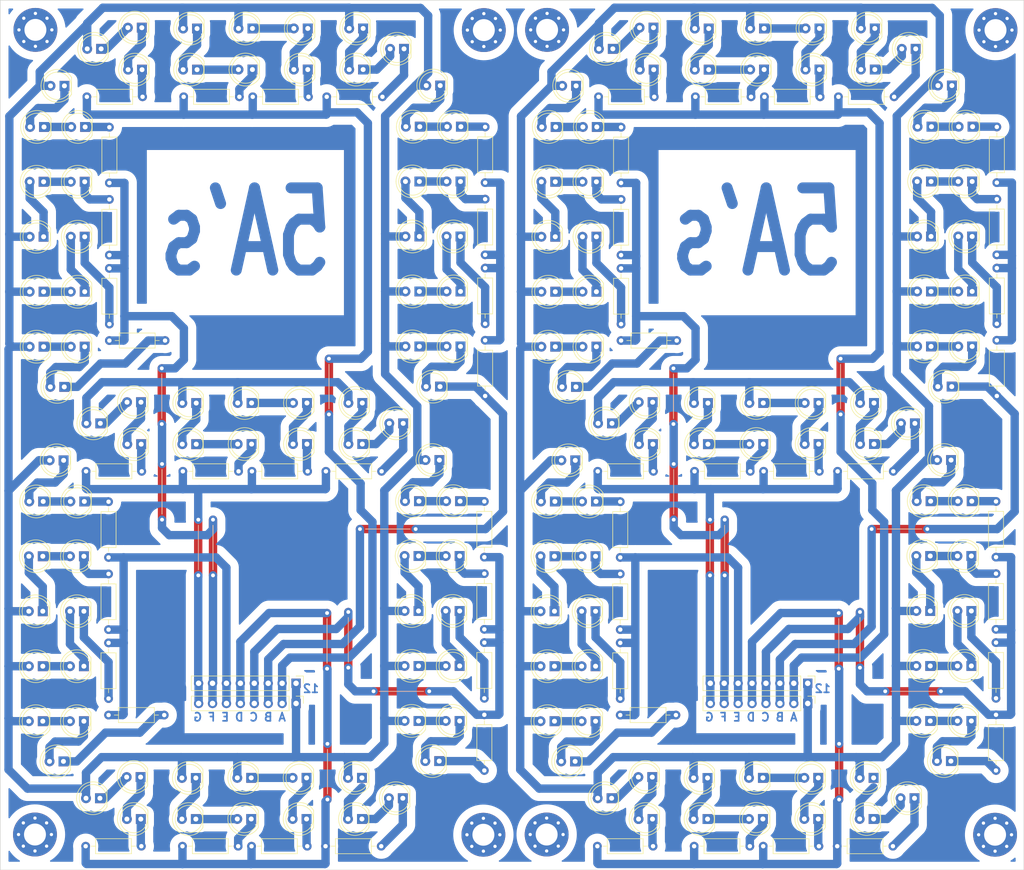
<source format=kicad_pcb>
(kicad_pcb (version 20211014) (generator pcbnew)
  (layers (0 "F.Cu" signal) (31 "B.Cu" signal) (34 "B.Paste" user) (35 "F.Paste" user) (36 "B.SilkS" user "B.Silkscreen") (37 "F.SilkS" user "F.Silkscreen") (38 "B.Mask" user) (39 "F.Mask" user) (44 "Edge.Cuts" user))
  (net 0 "")
  (footprint "LED_THT:LED_D5.0mm" (layer "F.Cu") (at 343.325 82.86 180)
    (fp_text reference "REF**" hide)
    (fp_text value "LED_D5.0mm" hide)
  )
  (footprint "THTJumpers:Jumper_P10.16mm_D0.7mm" (layer "F.Cu") (at 367.78 117.25 90)
    (fp_text reference "REF**" hide)
    (fp_text value "Jumper_P10.16mm_D0.7mm" hide)
  )
  (footprint "Resistor_THT:R_Axial_DIN0207_L6.3mm_D2.5mm_P10.16mm_Horizontal" (layer "F.Cu") (at 444.905 48.66 -90)
    (fp_text reference "REF**" hide)
    (fp_text value "R_Axial_DIN0207_L6.3mm_D2.5mm_P10.16mm_Horizontal" hide)
  )
  (footprint "Resistor_THT:R_Axial_DIN0207_L6.3mm_D2.5mm_P10.16mm_Horizontal" (layer "F.Cu") (at 458.24 166.66)
    (fp_text reference "REF**" hide)
    (fp_text value "R_Axial_DIN0207_L6.3mm_D2.5mm_P10.16mm_Horizontal" hide)
  )
  (footprint "LED_THT:LED_D5.0mm" (layer "F.Cu") (at 347.055 65.5 180)
    (fp_text reference "REF**" hide)
    (fp_text value "LED_D5.0mm" hide)
  )
  (footprint "LED_THT:LED_D5.0mm" (layer "F.Cu") (at 480.88 154.19 180)
    (fp_text reference "REF**" hide)
    (fp_text value "LED_D5.0mm" hide)
  )
  (footprint "LED_THT:LED_D5.0mm" (layer "F.Cu") (at 490.98 161.69 180)
    (fp_text reference "REF**" hide)
    (fp_text value "LED_D5.0mm" hide)
  )
  (footprint "LED_THT:LED_D5.0mm" (layer "F.Cu") (at 436.675 82.86 180)
    (fp_text reference "REF**" hide)
    (fp_text value "LED_D5.0mm" hide)
  )
  (footprint "LED_THT:LED_D5.0mm" (layer "F.Cu") (at 346.905 123.795 180)
    (fp_text reference "REF**" hide)
    (fp_text value "LED_D5.0mm" hide)
  )
  (footprint "Resistor_THT:R_Axial_DIN0207_L6.3mm_D2.5mm_P10.16mm_Horizontal" (layer "F.Cu") (at 351.405 116.985 -90)
    (fp_text reference "REF**" hide)
    (fp_text value "R_Axial_DIN0207_L6.3mm_D2.5mm_P10.16mm_Horizontal" hide)
  )
  (footprint "Resistor_THT:R_Axial_DIN0207_L6.3mm_D2.5mm_P10.16mm_Horizontal" (layer "F.Cu") (at 351.555 74.41)
    (fp_text reference "REF**" hide)
    (fp_text value "R_Axial_DIN0207_L6.3mm_D2.5mm_P10.16mm_Horizontal" hide)
  )
  (footprint "LED_THT:LED_D5.0mm" (layer "F.Cu") (at 397.85 24.97 180)
    (fp_text reference "REF**" hide)
    (fp_text value "LED_D5.0mm" hide)
  )
  (footprint "THTJumpers:Jumper_P10.16mm_D0.7mm" (layer "F.Cu") (at 391.61 77.72 -90)
    (fp_text reference "REF**" hide)
    (fp_text value "Jumper_P10.16mm_D0.7mm" hide)
  )
  (footprint "Resistor_THT:R_Axial_DIN0207_L6.3mm_D2.5mm_P10.16mm_Horizontal" (layer "F.Cu") (at 420.11 35.44 -90)
    (fp_text reference "REF**" hide)
    (fp_text value "R_Axial_DIN0207_L6.3mm_D2.5mm_P10.16mm_Horizontal" hide)
  )
  (footprint "LED_THT:LED_D5.0mm" (layer "F.Cu") (at 505.08 151.135 180)
    (fp_text reference "REF**" hide)
    (fp_text value "LED_D5.0mm" hide)
  )
  (footprint "LED_THT:LED_D5.0mm" (layer "F.Cu") (at 377.5 93.295 180)
    (fp_text reference "REF**" hide)
    (fp_text value "LED_D5.0mm" hide)
  )
  (footprint "LED_THT:LED_D5.0mm" (layer "F.Cu") (at 432.905 45.44 180)
    (fp_text reference "REF**" hide)
    (fp_text value "LED_D5.0mm" hide)
  )
  (footprint "LED_THT:LED_D5.0mm" (layer "F.Cu") (at 407.96 143.805 180)
    (fp_text reference "REF**" hide)
    (fp_text value "LED_D5.0mm" hide)
  )
  (footprint "Resistor_THT:R_Axial_DIN0207_L6.3mm_D2.5mm_P10.16mm_Horizontal" (layer "F.Cu") (at 419.96 142.685 -90)
    (fp_text reference "REF**" hide)
    (fp_text value "R_Axial_DIN0207_L6.3mm_D2.5mm_P10.16mm_Horizontal" hide)
  )
  (footprint "Connector_PinHeader_2.54mm:PinHeader_1x08_P2.54mm_Vertical" (layer "F.Cu") (at 385.61 136.94 -90)
    (fp_text reference "REF**" hide)
    (fp_text value "PinHeader_1x08_P2.54mm_Vertical" hide)
  )
  (footprint "LED_THT:LED_D5.0mm" (layer "F.Cu") (at 460.75 93.315 180)
    (fp_text reference "REF**" hide)
    (fp_text value "LED_D5.0mm" hide)
  )
  (footprint "LED_THT:LED_D5.0mm" (layer "F.Cu") (at 415.685 35.39 180)
    (fp_text reference "REF**" hide)
    (fp_text value "LED_D5.0mm" hide)
  )
  (footprint "Resistor_THT:R_Axial_DIN0207_L6.3mm_D2.5mm_P10.16mm_Horizontal" (layer "F.Cu") (at 351.555 61.24 -90)
    (fp_text reference "REF**" hide)
    (fp_text value "R_Axial_DIN0207_L6.3mm_D2.5mm_P10.16mm_Horizontal" hide)
  )
  (footprint "LED_THT:LED_D5.0mm" (layer "F.Cu") (at 357.29 161.71 180)
    (fp_text reference "REF**" hide)
    (fp_text value "LED_D5.0mm" hide)
  )
  (footprint "LED_THT:LED_D5.0mm" (layer "F.Cu") (at 407.96 113.715 180)
    (fp_text reference "REF**" hide)
    (fp_text value "LED_D5.0mm" hide)
  )
  (footprint "LED_THT:LED_D5.0mm" (layer "F.Cu") (at 440.255 143.855 180)
    (fp_text reference "REF**" hide)
    (fp_text value "LED_D5.0mm" hide)
  )
  (footprint "LED_THT:LED_D5.0mm" (layer "F.Cu") (at 470.85 93.295 180)
    (fp_text reference "REF**" hide)
    (fp_text value "LED_D5.0mm" hide)
  )
  (footprint "THTJumpers:Jumper_P10.16mm_D0.7mm" (layer "F.Cu") (at 484.69 158.14 90)
    (fp_text reference "REF**" hide)
    (fp_text value "Jumper_P10.16mm_D0.7mm" hide)
  )
  (footprint "LED_THT:LED_D5.0mm" (layer "F.Cu") (at 450.86 24.99 180)
    (fp_text reference "REF**" hide)
    (fp_text value "LED_D5.0mm" hide)
  )
  (footprint "LED_THT:LED_D5.0mm" (layer "F.Cu") (at 470.85 85.795 180)
    (fp_text reference "REF**" hide)
    (fp_text value "LED_D5.0mm" hide)
  )
  (footprint "LED_THT:LED_D5.0mm" (layer "F.Cu") (at 357.25 154.05 180)
    (fp_text reference "REF**" hide)
    (fp_text value "LED_D5.0mm" hide)
  )
  (footprint "THTJumpers:Jumper_P10.16mm_D0.7mm" (layer "F.Cu") (at 461.13 117.25 90)
    (fp_text reference "REF**" hide)
    (fp_text value "Jumper_P10.16mm_D0.7mm" hide)
  )
  (footprint "LED_THT:LED_D5.0mm" (layer "F.Cu") (at 339.48 103.765 180)
    (fp_text reference "REF**" hide)
    (fp_text value "LED_D5.0mm" hide)
  )
  (footprint "Resistor_THT:R_Axial_DIN0207_L6.3mm_D2.5mm_P10.16mm_Horizontal" (layer "F.Cu") (at 420.11 48.61 -90)
    (fp_text reference "REF**" hide)
    (fp_text value "R_Axial_DIN0207_L6.3mm_D2.5mm_P10.16mm_Horizontal" hide)
  )
  (footprint "THTJumpers:Jumper_P10.16mm_D0.7mm" (layer "F.Cu") (at 493.1 138.4)
    (fp_text reference "REF**" hide)
    (fp_text value "Jumper_P10.16mm_D0.7mm" hide)
  )
  (footprint "Resistor_THT:R_Axial_DIN0207_L6.3mm_D2.5mm_P10.16mm_Horizontal" (layer "F.Cu") (at 513.46 61.19 -90)
    (fp_text reference "REF**" hide)
    (fp_text value "R_Axial_DIN0207_L6.3mm_D2.5mm_P10.16mm_Horizontal" hide)
  )
  (footprint "Resistor_THT:R_Axial_DIN0207_L6.3mm_D2.5mm_P10.16mm_Horizontal" (layer "F.Cu") (at 351.555 35.49 -90)
    (fp_text reference "REF**" hide)
    (fp_text value "R_Axial_DIN0207_L6.3mm_D2.5mm_P10.16mm_Horizontal" hide)
  )
  (footprint "THTJumpers:Jumper_P10.16mm_D0.7mm" (layer "F.Cu") (at 490.62 108.8)
    (fp_text reference "REF**" hide)
    (fp_text value "Jumper_P10.16mm_D0.7mm" hide)
  )
  (footprint "LED_THT:LED_D5.0mm" (layer "F.Cu") (at 415.61 55.42 180)
    (fp_text reference "REF**" hide)
    (fp_text value "LED_D5.0mm" hide)
  )
  (footprint "Resistor_THT:R_Axial_DIN0207_L6.3mm_D2.5mm_P10.16mm_Horizontal" (layer "F.Cu") (at 494.5 166.66 180)
    (fp_text reference "REF**" hide)
    (fp_text value "R_Axial_DIN0207_L6.3mm_D2.5mm_P10.16mm_Horizontal" hide)
  )
  (footprint "LED_THT:LED_D5.0mm" (layer "F.Cu") (at 460.68 154.21 180)
    (fp_text reference "REF**" hide)
    (fp_text value "LED_D5.0mm" hide)
  )
  (footprint "THTJumpers:Jumper_P10.16mm_D0.7mm" (layer "F.Cu") (at 395.14 123.93 -90)
    (fp_text reference "REF**" hide)
    (fp_text value "Jumper_P10.16mm_D0.7mm" hide)
  )
  (footprint "LED_THT:LED_D5.0mm" (layer "F.Cu") (at 498.44 157.91 180)
    (fp_text reference "REF**" hide)
    (fp_text value "LED_D5.0mm" hide)
  )
  (footprint "LED_THT:LED_D5.0mm" (layer "F.Cu") (at 415.46 123.745 180)
    (fp_text reference "REF**" hide)
    (fp_text value "LED_D5.0mm" hide)
  )
  (footprint "Resistor_THT:R_Axial_DIN0207_L6.3mm_D2.5mm_P10.16mm_Horizontal" (layer "F.Cu") (at 377.71 29.94)
    (fp_text reference "REF**" hide)
    (fp_text value "R_Axial_DIN0207_L6.3mm_D2.5mm_P10.16mm_Horizontal" hide)
  )
  (footprint "LED_THT:LED_D5.0mm" (layer "F.Cu") (at 411.76 96.215 180)
    (fp_text reference "REF**" hide)
    (fp_text value "LED_D5.0mm" hide)
  )
  (footprint "Connector_PinHeader_2.54mm:PinHeader_1x08_P2.54mm_Vertical" (layer "F.Cu") (at 478.965 140.62 -90)
    (fp_text reference "REF**" hide)
    (fp_text value "PinHeader_1x08_P2.54mm_Vertical" hide)
  )
  (footprint "THTJumpers:Jumper_P10.16mm_D0.7mm" (layer "F.Cu") (at 454.46 89.64 90)
    (fp_text reference "REF**" hide)
    (fp_text value "Jumper_P10.16mm_D0.7mm" hide)
  )
  (footprint "LED_THT:LED_D5.0mm" (layer "F.Cu") (at 440.255 113.765 180)
    (fp_text reference "REF**" hide)
    (fp_text value "LED_D5.0mm" hide)
  )
  (footprint "Resistor_THT:R_Axial_DIN0207_L6.3mm_D2.5mm_P10.16mm_Horizontal" (layer "F.Cu") (at 444.755 129.565 -90)
    (fp_text reference "REF**" hide)
    (fp_text value "R_Axial_DIN0207_L6.3mm_D2.5mm_P10.16mm_Horizontal" hide)
  )
  (footprint "THTJumpers:Jumper_P10.16mm_D0.7mm" (layer "F.Cu") (at 391.27 134.28 90)
    (fp_text reference "REF**" hide)
    (fp_text value "Jumper_P10.16mm_D0.7mm" hide)
  )
  (footprint "Resistor_THT:R_Axial_DIN0207_L6.3mm_D2.5mm_P10.16mm_Horizontal" (layer "F.Cu") (at 471.06 29.94)
    (fp_text reference "REF**" hide)
    (fp_text value "R_Axial_DIN0207_L6.3mm_D2.5mm_P10.16mm_Horizontal" hide)
  )
  (footprint "LED_THT:LED_D5.0mm" (layer "F.Cu") (at 432.98 35.44 180)
    (fp_text reference "REF**" hide)
    (fp_text value "LED_D5.0mm" hide)
  )
  (footprint "LED_THT:LED_D5.0mm" (layer "F.Cu") (at 436.555 96.265 180)
    (fp_text reference "REF**" hide)
    (fp_text value "LED_D5.0mm" hide)
  )
  (footprint "Resistor_THT:R_Axial_DIN0207_L6.3mm_D2.5mm_P10.16mm_Horizontal" (layer "F.Cu") (at 419.96 103.765 -90)
    (fp_text reference "REF**" hide)
    (fp_text value "R_Axial_DIN0207_L6.3mm_D2.5mm_P10.16mm_Horizontal" hide)
  )
  (footprint "LED_THT:LED_D5.0mm" (layer "F.Cu") (at 501.31 113.715 180)
    (fp_text reference "REF**" hide)
    (fp_text value "LED_D5.0mm" hide)
  )
  (footprint "LED_THT:LED_D5.0mm" (layer "F.Cu") (at 408.11 45.39 180)
    (fp_text reference "REF**" hide)
    (fp_text value "LED_D5.0mm" hide)
  )
  (footprint "LED_THT:LED_D5.0mm" (layer "F.Cu") (at 440.33 103.765 180)
    (fp_text reference "REF**" hide)
    (fp_text value "LED_D5.0mm" hide)
  )
  (footprint "Resistor_THT:R_Axial_DIN0207_L6.3mm_D2.5mm_P10.16mm_Horizontal" (layer "F.Cu") (at 458.46 29.94)
    (fp_text reference "REF**" hide)
    (fp_text value "R_Axial_DIN0207_L6.3mm_D2.5mm_P10.16mm_Horizontal" hide)
  )
  (footprint "LED_THT:LED_D5.0mm" (layer "F.Cu") (at 505.11 96.215 180)
    (fp_text reference "REF**" hide)
    (fp_text value "LED_D5.0mm" hide)
  )
  (footprint "Resistor_THT:R_Axial_DIN0207_L6.3mm_D2.5mm_P10.16mm_Horizontal" (layer "F.Cu") (at 347.23 166.66)
    (fp_text reference "REF**" hide)
    (fp_text value "R_Axial_DIN0207_L6.3mm_D2.5mm_P10.16mm_Horizontal" hide)
  )
  (footprint "LED_THT:LED_D5.0mm" (layer "F.Cu") (at 415.61 45.39 180)
    (fp_text reference "REF**" hide)
    (fp_text value "LED_D5.0mm" hide)
  )
  (footprint "MountingHole:MountingHole_4mm_Pad_Via" (layer "F.Cu") (at 431.33 164.53)
    (fp_text reference "REF**" hide)
    (fp_text value "MountingHole_4mm_Pad_Via" hide)
  )
  (footprint "LED_THT:LED_D5.0mm" (layer "F.Cu") (at 407.96 133.775 180)
    (fp_text reference "REF**" hide)
    (fp_text value "LED_D5.0mm" hide)
  )
  (footprint "THTJumpers:Jumper_P10.16mm_D0.7mm" (layer "F.Cu") (at 488.49 123.93 -90)
    (fp_text reference "REF**" hide)
    (fp_text value "Jumper_P10.16mm_D0.7mm" hide)
  )
  (footprint "THTJumpers:Jumper_P10.16mm_D0.7mm" (layer "F.Cu") (at 391.34 158.14 90)
    (fp_text reference "REF**" hide)
    (fp_text value "Jumper_P10.16mm_D0.7mm" hide)
  )
  (footprint "LED_THT:LED_D5.0mm" (layer "F.Cu") (at 508.81 133.775 180)
    (fp_text reference "REF**" hide)
    (fp_text value "LED_D5.0mm" hide)
  )
  (footprint "LED_THT:LED_D5.0mm" (layer "F.Cu") (at 350.05 21.19 180)
    (fp_text reference "REF**" hide)
    (fp_text value "LED_D5.0mm" hide)
  )
  (footprint "THTJumpers:Jumper_P10.16mm_D0.7mm" (layer "F.Cu") (at 399.75 138.4)
    (fp_text reference "REF**" hide)
    (fp_text value "Jumper_P10.16mm_D0.7mm" hide)
  )
  (footprint "Resistor_THT:R_Axial_DIN0207_L6.3mm_D2.5mm_P10.16mm_Horizontal" (layer "F.Cu") (at 513.46 74.36 -90)
    (fp_text reference "REF**" hide)
    (fp_text value "R_Axial_DIN0207_L6.3mm_D2.5mm_P10.16mm_Horizontal" hide)
  )
  (footprint "LED_THT:LED_D5.0mm" (layer "F.Cu") (at 347.055 55.47 180)
    (fp_text reference "REF**" hide)
    (fp_text value "LED_D5.0mm" hide)
  )
  (footprint "LED_THT:LED_D5.0mm" (layer "F.Cu") (at 471 17.47 180)
    (fp_text reference "REF**" hide)
    (fp_text value "LED_D5.0mm" hide)
  )
  (footprint "LED_THT:LED_D5.0mm" (layer "F.Cu") (at 415.46 113.715 180)
    (fp_text reference "REF**" hide)
    (fp_text value "LED_D5.0mm" hide)
  )
  (footprint "MountingHole:MountingHole_4mm_Pad_Via" (layer "F.Cu") (at 338.06 17.73)
    (fp_text reference "REF**" hide)
    (fp_text value "MountingHole_4mm_Pad_Via" hide)
  )
  (footprint "LED_THT:LED_D5.0mm" (layer "F.Cu") (at 508.96 65.45 180)
    (fp_text reference "REF**" hide)
    (fp_text value "LED_D5.0mm" hide)
  )
  (footprint "Resistor_THT:R_Axial_DIN0207_L6.3mm_D2.5mm_P10.16mm_Horizontal" (layer "F.Cu") (at 420.11 74.36 -90)
    (fp_text reference "REF**" hide)
    (fp_text value "R_Axial_DIN0207_L6.3mm_D2.5mm_P10.16mm_Horizontal" hide)
  )
  (footprint "LED_THT:LED_D5.0mm" (layer "F.Cu") (at 357.36 93.315 180)
    (fp_text reference "REF**" hide)
    (fp_text value "LED_D5.0mm" hide)
  )
  (footprint "LED_THT:LED_D5.0mm" (layer "F.Cu") (at 432.905 65.5 180)
    (fp_text reference "REF**" hide)
    (fp_text value "LED_D5.0mm" hide)
  )
  (footprint "LED_THT:LED_D5.0mm" (layer "F.Cu") (at 407.96 123.745 180)
    (fp_text reference "REF**" hide)
    (fp_text value "LED_D5.0mm" hide)
  )
  (footprint "Resistor_THT:R_Axial_DIN0207_L6.3mm_D2.5mm_P10.16mm_Horizontal" (layer "F.Cu") (at 444.905 35.49 -90)
    (fp_text reference "REF**" hide)
    (fp_text value "R_Axial_DIN0207_L6.3mm_D2.5mm_P10.16mm_Horizontal" hide)
  )
  (footprint "MountingHole:MountingHole_4mm_Pad_Via" (layer "F.Cu") (at 513.14 164.57)
    (fp_text reference "REF**" hide)
    (fp_text value "MountingHole_4mm_Pad_Via" hide)
  )
  (footprint "Resistor_THT:R_Axial_DIN0207_L6.3mm_D2.5mm_P10.16mm_Horizontal" (layer "F.Cu") (at 513.31 116.935 -90)
    (fp_text reference "REF**" hide)
    (fp_text value "R_Axial_DIN0207_L6.3mm_D2.5mm_P10.16mm_Horizontal" hide)
  )
  (footprint "LED_THT:LED_D5.0mm" (layer "F.Cu") (at 397.7 93.295 180)
    (fp_text reference "REF**" hide)
    (fp_text value "LED_D5.0mm" hide)
  )
  (footprint "LED_THT:LED_D5.0mm" (layer "F.Cu") (at 501.46 45.39 180)
    (fp_text reference "REF**" hide)
    (fp_text value "LED_D5.0mm" hide)
  )
  (footprint "Resistor_THT:R_Axial_DIN0207_L6.3mm_D2.5mm_P10.16mm_Horizontal" (layer "F.Cu") (at 444.755 142.735)
    (fp_text reference "REF**" hide)
    (fp_text value "R_Axial_DIN0207_L6.3mm_D2.5mm_P10.16mm_Horizontal" hide)
  )
  (footprint "LED_THT:LED_D5.0mm" (layer "F.Cu") (at 450.6 154.05 180)
    (fp_text reference "REF**" hide)
    (fp_text value "LED_D5.0mm" hide)
  )
  (footprint "Resistor_THT:R_Axial_DIN0207_L6.3mm_D2.5mm_P10.16mm_Horizontal" (layer "F.Cu") (at 513.46 35.44 -90)
    (fp_text reference "REF**" hide)
    (fp_text value "R_Axial_DIN0207_L6.3mm_D2.5mm_P10.16mm_Horizontal" hide)
  )
  (footprint "Resistor_THT:R_Axial_DIN0207_L6.3mm_D2.5mm_P10.16mm_Horizontal" (layer "F.Cu") (at 470.91 98.265)
    (fp_text reference "REF**" hide)
    (fp_text value "R_Axial_DIN0207_L6.3mm_D2.5mm_P10.16mm_Horizontal" hide)
  )
  (footprint "LED_THT:LED_D5.0mm" (layer "F.Cu") (at 498.51 89.515 180)
    (fp_text reference "REF**" hide)
    (fp_text value "LED_D5.0mm" hide)
  )
  (footprint "Resistor_THT:R_Axial_DIN0207_L6.3mm_D2.5mm_P10.16mm_Horizontal" (layer "F.Cu") (at 377.56 98.265)
    (fp_text reference "REF**" hide)
    (fp_text value "R_Axial_DIN0207_L6.3mm_D2.5mm_P10.16mm_Horizontal" hide)
  )
  (footprint "LED_THT:LED_D5.0mm" (layer "F.Cu") (at 450.82 17.33 180)
    (fp_text reference "REF**" hide)
    (fp_text value "LED_D5.0mm" hide)
  )
  (footprint "LED_THT:LED_D5.0mm" (layer "F.Cu") (at 480.95 85.795 180)
    (fp_text reference "REF**" hide)
    (fp_text value "LED_D5.0mm" hide)
  )
  (footprint "Resistor_THT:R_Axial_DIN0207_L6.3mm_D2.5mm_P10.16mm_Horizontal" (layer "F.Cu") (at 470.84 166.66)
    (fp_text reference "REF**" hide)
    (fp_text value "R_Axial_DIN0207_L6.3mm_D2.5mm_P10.16mm_Horizontal" hide)
  )
  (footprint "Resistor_THT:R_Axial_DIN0207_L6.3mm_D2.5mm_P10.16mm_Horizontal" (layer "F.Cu") (at 513.31 129.515 -90)
    (fp_text reference "REF**" hide)
    (fp_text value "R_Axial_DIN0207_L6.3mm_D2.5mm_P10.16mm_Horizontal" hide)
  )
  (footprint "LED_THT:LED_D5.0mm" (layer "F.Cu") (at 405.16 89.515 180)
    (fp_text reference "REF**" hide)
    (fp_text value "LED_D5.0mm" hide)
  )
  (footprint "Resistor_THT:R_Axial_DIN0207_L6.3mm_D2.5mm_P10.16mm_Horizontal" (layer "F.Cu") (at 419.96 129.515 -90)
    (fp_text reference "REF**" hide)
    (fp_text value "R_Axial_DIN0207_L6.3mm_D2.5mm_P10.16mm_Horizontal" hide)
  )
  (footprint "LED_THT:LED_D5.0mm" (layer "F.Cu") (at 411.88 82.81 180)
    (fp_text reference "REF**" hide)
    (fp_text value "LED_D5.0mm" hide)
  )
  (footprint "LED_THT:LED_D5.0mm" (layer "F.Cu") (at 440.255 123.795 180)
    (fp_text reference "REF**" hide)
    (fp_text value "LED_D5.0mm" hide)
  )
  (footprint "LED_THT:LED_D5.0mm" (layer "F.Cu") (at 470.78 154.19 180)
    (fp_text reference "REF**" hide)
    (fp_text value "LED_D5.0mm" hide)
  )
  (footprint "LED_THT:LED_D5.0mm" (layer "F.Cu") (at 397.85 17.47 180)
    (fp_text reference "REF**" hide)
    (fp_text value "LED_D5.0mm" hide)
  )
  (footprint "LED_THT:LED_D5.0mm" (layer "F.Cu") (at 432.755 113.765 180)
    (fp_text reference "REF**" hide)
    (fp_text value "LED_D5.0mm" hide)
  )
  (footprint "Resistor_THT:R_Axial_DIN0207_L6.3mm_D2.5mm_P10.16mm_Horizontal" (layer "F.Cu") (at 494.72 29.94 180)
    (fp_text reference "REF**" hide)
    (fp_text value "R_Axial_DIN0207_L6.3mm_D2.5mm_P10.16mm_Horizontal" hide)
  )
  (footprint "LED_THT:LED_D5.0mm" (layer "F.Cu") (at 367.33 154.21 180)
    (fp_text reference "REF**" hide)
    (fp_text value "LED_D5.0mm" hide)
  )
  (footprint "LED_THT:LED_D5.0mm" (layer "F.Cu") (at 436.705 27.94 180)
    (fp_text reference "REF**" hide)
    (fp_text value "LED_D5.0mm" hide)
  )
  (footprint "LED_THT:LED_D5.0mm" (layer "F.Cu") (at 367.55 17.49 180)
    (fp_text reference "REF**" hide)
    (fp_text value "LED_D5.0mm" hide)
  )
  (footprint "LED_THT:LED_D5.0mm" (layer "F.Cu") (at 377.43 161.69 180)
    (fp_text reference "REF**" hide)
    (fp_text value "LED_D5.0mm" hide)
  )
  (footprint "THTJumpers:Jumper_P10.16mm_D0.7mm" (layer "F.Cu") (at 361.11 89.64 90)
    (fp_text reference "REF**" hide)
    (fp_text value "Jumper_P10.16mm_D0.7mm" hide)
  )
  (footprint "LED_THT:LED_D5.0mm" (layer "F.Cu") (at 408.185 35.39 180)
    (fp_text reference "REF**" hide)
    (fp_text value "LED_D5.0mm" hide)
  )
  (footprint "LED_THT:LED_D5.0mm" (layer "F.Cu") (at 387.6 85.795 180)
    (fp_text reference "REF**" hide)
    (fp_text value "LED_D5.0mm" hide)
  )
  (footprint "Resistor_THT:R_Axial_DIN0207_L6.3mm_D2.5mm_P10.16mm_Horizontal" (layer "F.Cu") (at 458.31 98.265)
    (fp_text reference "REF**" hide)
    (fp_text value "R_Axial_DIN0207_L6.3mm_D2.5mm_P10.16mm_Horizontal" hide)
  )
  (footprint "LED_THT:LED_D5.0mm" (layer "F.Cu") (at 450.67 85.655 180)
    (fp_text reference "REF**" hide)
    (fp_text value "LED_D5.0mm" hide)
  )
  (footprint "Resistor_THT:R_Axial_DIN0207_L6.3mm_D2.5mm_P10.16mm_Horizontal" (layer "F.Cu") (at 444.905 61.24 -90)
    (fp_text reference "REF**" hide)
    (fp_text value "R_Axial_DIN0207_L6.3mm_D2.5mm_P10.16mm_Horizontal" hide)
  )
  (footprint "LED_THT:LED_D5.0mm" (layer "F.Cu") (at 405.09 157.91 180)
    (fp_text reference "REF**" hide)
    (fp_text value "LED_D5.0mm" hide)
  )
  (footprint "Resistor_THT:R_Axial_DIN0207_L6.3mm_D2.5mm_P10.16mm_Horizontal" (layer "F.Cu") (at 494.57 98.265 180)
    (fp_text reference "REF**" hide)
    (fp_text value "R_Axial_DIN0207_L6.3mm_D2.5mm_P10.16mm_Horizontal" hide)
  )
  (footprint "LED_THT:LED_D5.0mm" (layer "F.Cu") (at 408.11 75.48 180)
    (fp_text reference "REF**" hide)
    (fp_text value "LED_D5.0mm" hide)
  )
  (footprint "Resistor_THT:R_Axial_DIN0207_L6.3mm_D2.5mm_P10.16mm_Horizontal" (layer "F.Cu") (at 364.96 98.265)
    (fp_text reference "REF**" hide)
    (fp_text value "R_Axial_DIN0207_L6.3mm_D2.5mm_P10.16mm_Horizontal" hide)
  )
  (footprint "LED_THT:LED_D5.0mm" (layer "F.Cu") (at 440.255 133.825 180)
    (fp_text reference "REF**" hide)
    (fp_text value "LED_D5.0mm" hide)
  )
  (footprint "LED_THT:LED_D5.0mm" (layer "F.Cu") (at 397.63 154.19 180)
    (fp_text reference "REF**" hide)
    (fp_text value "LED_D5.0mm" hide)
  )
  (footprint "MountingHole:MountingHole_4mm_Pad_Via" (layer "F.Cu") (at 337.98 164.53)
    (fp_text reference "REF**" hide)
    (fp_text value "MountingHole_4mm_Pad_Via" hide)
  )
  (footprint "LED_THT:LED_D5.0mm" (layer "F.Cu") (at 357.47 17.33 180)
    (fp_text reference "REF**" hide)
    (fp_text value "LED_D5.0mm" hide)
  )
  (footprint "LED_THT:LED_D5.0mm" (layer "F.Cu") (at 346.98 103.765 180)
    (fp_text reference "REF**" hide)
    (fp_text value "LED_D5.0mm" hide)
  )
  (footprint "LED_THT:LED_D5.0mm" (layer "F.Cu") (at 349.83 157.91 180)
    (fp_text reference "REF**" hide)
    (fp_text value "LED_D5.0mm" hide)
  )
  (footprint "LED_THT:LED_D5.0mm" (layer "F.Cu") (at 491.05 85.795 180)
    (fp_text reference "REF**" hide)
    (fp_text value "LED_D5.0mm" hide)
  )
  (footprint "THTJumpers:Jumper_P10.16mm_D0.7mm" (layer "F.Cu") (at 484.96 77.72 -90)
    (fp_text reference "REF**" hide)
    (fp_text value "Jumper_P10.16mm_D0.7mm" hide)
  )
  (footprint "LED_THT:LED_D5.0mm" (layer "F.Cu") (at 408.11 65.45 180)
    (fp_text reference "REF**" hide)
    (fp_text value "LED_D5.0mm" hide)
  )
  (footprint "LED_THT:LED_D5.0mm" (layer "F.Cu") (at 432.755 133.825 180)
    (fp_text reference "REF**" hide)
    (fp_text value "LED_D5.0mm" hide)
  )
  (footprint "LED_THT:LED_D5.0mm" (layer "F.Cu") (at 415.46 133.775 180)
    (fp_text reference "REF**" hide)
    (fp_text value "LED_D5.0mm" hide)
  )
  (footprint "Resistor_THT:R_Axial_DIN0207_L6.3mm_D2.5mm_P10.16mm_Horizontal" (layer "F.Cu") (at 444.905 74.41)
    (fp_text reference "REF**" hide)
    (fp_text value "R_Axial_DIN0207_L6.3mm_D2.5mm_P10.16mm_Horizontal" hide)
  )
  (footprint "Connector_PinHeader_2.54mm:PinHeader_1x08_P2.54mm_Vertical" (layer "F.Cu") (at 385.615 140.62 -90)
    (fp_text reference "REF**" hide)
    (fp_text value "PinHeader_1x08_P2.54mm_Vertical" hide)
  )
  (footprint "THTJumpers:Jumper_P10.16mm_D0.7mm" (layer "F.Cu") (at 463.81 117.25 90)
    (fp_text reference "REF**" hide)
    (fp_text value "Jumper_P10.16mm_D0.7mm" hide)
  )
  (footprint "LED_THT:LED_D5.0mm" (layer "F.Cu") (at 339.555 75.53 180)
    (fp_text reference "REF**" hide)
    (fp_text value "LED_D5.0mm" hide)
  )
  (footprint "LED_THT:LED_D5.0mm" (layer "F.Cu") (at 443.18 157.91 180)
    (fp_text reference "REF**" hide)
    (fp_text value "LED_D5.0mm" hide)
  )
  (footprint "Resistor_THT:R_Axial_DIN0207_L6.3mm_D2.5mm_P10.16mm_Horizontal" (layer "F.Cu") (at 365.11 29.94)
    (fp_text reference "REF**" hide)
    (fp_text value "R_Axial_DIN0207_L6.3mm_D2.5mm_P10.16mm_Horizontal" hide)
  )
  (footprint "LED_THT:LED_D5.0mm" (layer "F.Cu") (at 432.755 123.795 180)
    (fp_text reference "REF**" hide)
    (fp_text value "LED_D5.0mm" hide)
  )
  (footprint "LED_THT:LED_D5.0mm" (layer "F.Cu") (at 450.64 161.71 180)
    (fp_text reference "REF**" hide)
    (fp_text value "LED_D5.0mm" hide)
  )
  (footprint "Resistor_THT:R_Axial_DIN0207_L6.3mm_D2.5mm_P10.16mm_Horizontal" (layer "F.Cu") (at 351.555 48.66 -90)
    (fp_text reference "REF**" hide)
    (fp_text value "R_Axial_DIN0207_L6.3mm_D2.5mm_P10.16mm_Horizontal" hide)
  )
  (footprint "LED_THT:LED_D5.0mm" (layer "F.Cu") (at 440.405 75.53 180)
    (fp_text reference "REF**" hide)
    (fp_text value "LED_D5.0mm" hide)
  )
  (footprint "LED_THT:LED_D5.0mm" (layer "F.Cu") (at 460.9 24.99 180)
    (fp_text reference "REF**" hide)
    (fp_text value "LED_D5.0mm" hide)
  )
  (footprint "THTJumpers:Jumper_P10.16mm_D0.7mm" (layer "F.Cu") (at 454.51 107.09 90)
    (fp_text reference "REF**" hide)
    (fp_text value "Jumper_P10.16mm_D0.7mm" hide)
  )
  (footprint "LED_THT:LED_D5.0mm" (layer "F.Cu") (at 508.81 123.745 180)
    (fp_text reference "REF**" hide)
    (fp_text value "LED_D5.0mm" hide)
  )
  (footprint "LED_THT:LED_D5.0mm" (layer "F.Cu") (at 343.175 151.185 180)
    (fp_text reference "REF**" hide)
    (fp_text value "LED_D5.0mm" hide)
  )
  (footprint "LED_THT:LED_D5.0mm" (layer "F.Cu") (at 339.405 133.825 180)
    (fp_text reference "REF**" hide)
    (fp_text value "LED_D5.0mm" hide)
  )
  (footprint "LED_THT:LED_D5.0mm" (layer "F.Cu") (at 339.555 45.44 180)
    (fp_text reference "REF**" hide)
    (fp_text value "LED_D5.0mm" hide)
  )
  (footprint "LED_THT:LED_D5.0mm" (layer "F.Cu") (at 339.405 113.765 180)
    (fp_text reference "REF**" hide)
    (fp_text value "LED_D5.0mm" hide)
  )
  (footprint "LED_THT:LED_D5.0mm" (layer "F.Cu") (at 343.205 96.265 180)
    (fp_text reference "REF**" hide)
    (fp_text value "LED_D5.0mm" hide)
  )
  (footprint "Resistor_THT:R_Axial_DIN0207_L6.3mm_D2.5mm_P10.16mm_Horizontal" (layer "F.Cu") (at 419.96 116.935 -90)
    (fp_text reference "REF**" hide)
    (fp_text value "R_Axial_DIN0207_L6.3mm_D2.5mm_P10.16mm_Horizontal" hide)
  )
  (footprint "LED_THT:LED_D5.0mm" (layer "F.Cu") (at 491.2 17.47 180)
    (fp_text reference "REF**" hide)
    (fp_text value "LED_D5.0mm" hide)
  )
  (footprint "LED_THT:LED_D5.0mm" (layer "F.Cu") (at 501.46 75.48 180)
    (fp_text reference "REF**" hide)
    (fp_text value "LED_D5.0mm" hide)
  )
  (footprint "LED_THT:LED_D5.0mm" (layer "F.Cu") (at 443.25 89.515 180)
    (fp_text reference "REF**" hide)
    (fp_text value "LED_D5.0mm" hide)
  )
  (footprint "LED_THT:LED_D5.0mm" (layer "F.Cu") (at 508.81 113.715 180)
    (fp_text reference "REF**" hide)
    (fp_text value "LED_D5.0mm" hide)
  )
  (footprint "LED_THT:LED_D5.0mm" (layer "F.Cu") (at 346.905 143.855 180)
    (fp_text reference "REF**" hide)
    (fp_text value "LED_D5.0mm" hide)
  )
  (footprint "LED_THT:LED_D5.0mm" (layer "F.Cu") (at 411.73 151.135 180)
    (fp_text reference "REF**" hide)
    (fp_text value "LED_D5.0mm" hide)
  )
  (footprint "LED_THT:LED_D5.0mm" (layer "F.Cu") (at 339.555 55.47 180)
    (fp_text reference "REF**" hide)
    (fp_text value "LED_D5.0mm" hide)
  )
  (footprint "Resistor_THT:R_Axial_DIN0207_L6.3mm_D2.5mm_P10.16mm_Horizontal" (layer "F.Cu") (at 420.11 61.19 -90)
    (fp_text reference "REF**" hide)
    (fp_text value "R_Axial_DIN0207_L6.3mm_D2.5mm_P10.16mm_Horizontal" hide)
  )
  (footprint "LED_THT:LED_D5.0mm" (layer "F.Cu") (at 501.31 133.775 180)
    (fp_text reference "REF**" hide)
    (fp_text value "LED_D5.0mm" hide)
  )
  (footprint "LED_THT:LED_D5.0mm" (layer "F.Cu") (at 387.53 161.69 180)
    (fp_text reference "REF**" hide)
    (fp_text value "LED_D5.0mm" hide)
  )
  (footprint "MountingHole:MountingHole_4mm_Pad_Via" (layer "F.Cu") (at 431.41 17.73)
    (fp_text reference "REF**" hide)
    (fp_text value "MountingHole_4mm_Pad_Via" hide)
  )
  (footprint "Resistor_THT:R_Axial_DIN0207_L6.3mm_D2.5mm_P10.16mm_Horizontal" (layer "F.Cu") (at 513.31 103.765 -90)
    (fp_text reference "REF**" hide)
    (fp_text value "R_Axial_DIN0207_L6.3mm_D2.5mm_P10.16mm_Horizontal" hide)
  )
  (footprint "LED_THT:LED_D5.0mm" (layer "F.Cu") (at 346.905 113.765 180)
    (fp_text reference "REF**" hide)
    (fp_text value "LED_D5.0mm" hide)
  )
  (footprint "LED_THT:LED_D5.0mm" (layer "F.Cu") (at 415.61 65.45 180)
    (fp_text reference "REF**" hide)
    (fp_text value "LED_D5.0mm" hide)
  )
  (footprint "Resistor_THT:R_Axial_DIN0207_L6.3mm_D2.5mm_P10.16mm_Horizontal" (layer "F.Cu") (at 401.15 166.66 180)
    (fp_text reference "REF**" hide)
    (fp_text value "R_Axial_DIN0207_L6.3mm_D2.5mm_P10.16mm_Horizontal" hide)
  )
  (footprint "LED_THT:LED_D5.0mm" (layer "F.Cu") (at 349.9 89.515 180)
    (fp_text reference "REF**" hide)
    (fp_text value "LED_D5.0mm" hide)
  )
  (footprint "MountingHole:MountingHole_4mm_Pad_Via" (layer "F.Cu") (at 513.22 17.77)
    (fp_text reference "REF**" hide)
    (fp_text value "MountingHole_4mm_Pad_Via" hide)
  )
  (footprint "Resistor_THT:R_Axial_DIN0207_L6.3mm_D2.5mm_P10.16mm_Horizontal" (layer "F.Cu") (at 444.755 103.815 -90)
    (fp_text reference "REF**" hide)
    (fp_text value "R_Axial_DIN0207_L6.3mm_D2.5mm_P10.16mm_Horizontal" hide)
  )
  (footprint "Resistor_THT:R_Axial_DIN0207_L6.3mm_D2.5mm_P10.16mm_Horizontal" (layer "F.Cu") (at 513.31 142.685 -90)
    (fp_text reference "REF**" hide)
    (fp_text value "R_Axial_DIN0207_L6.3mm_D2.5mm_P10.16mm_Horizontal" hide)
  )
  (footprint "LED_THT:LED_D5.0mm" (layer "F.Cu") (at 387.6 93.295 180)
    (fp_text reference "REF**" hide)
    (fp_text value "LED_D5.0mm" hide)
  )
  (footprint "Resistor_THT:R_Axial_DIN0207_L6.3mm_D2.5mm_P10.16mm_Horizontal" (layer "F.Cu") (at 401.22 98.265 180)
    (fp_text reference "REF**" hide)
    (fp_text value "R_Axial_DIN0207_L6.3mm_D2.5mm_P10.16mm_Horizontal" hide)
  )
  (footprint "LED_THT:LED_D5.0mm" (layer "F.Cu") (at 346.905 133.825 180)
    (fp_text reference "REF**" hide)
    (fp_text value "LED_D5.0mm" hide)
  )
  (footprint "Connector_PinHeader_2.54mm:PinHeader_1x08_P2.54mm_Vertical" (layer "F.Cu") (at 478.96 136.94 -90)
    (fp_text reference "REF**" hide)
    (fp_text value "PinHeader_1x08_P2.54mm_Vertical" hide)
  )
  (footprint "Resistor_THT:R_Axial_DIN0207_L6.3mm_D2.5mm_P10.16mm_Horizontal" (layer "F.Cu") (at 444.755 116.985 -90)
    (fp_text reference "REF**" hide)
    (fp_text value "R_Axial_DIN0207_L6.3mm_D2.5mm_P10.16mm_Horizontal" hide)
  )
  (footprint "Resistor_THT:R_Axial_DIN0207_L6.3mm_D2.5mm_P10.16mm_Horizontal" (layer "F.Cu") (at 513.46 48.61 -90)
    (fp_text reference "REF**" hide)
    (fp_text value "R_Axial_DIN0207_L6.3mm_D2.5mm_P10.16mm_Horizontal" hide)
  )
  (footprint "LED_THT:LED_D5.0mm" (layer "F.Cu") (at 460.68 161.71 180)
    (fp_text reference "REF**" hide)
    (fp_text value "LED_D5.0mm" hide)
  )
  (footprint "LED_THT:LED_D5.0mm" (layer "F.Cu") (at 481.1 17.47 180)
    (fp_text reference "REF**" hide)
    (fp_text value "LED_D5.0mm" hide)
  )
  (footprint "LED_THT:LED_D5.0mm" (layer "F.Cu") (at 508.81 143.805 180)
    (fp_text reference "REF**" hide)
    (fp_text value "LED_D5.0mm" hide)
  )
  (footprint "MountingHole:MountingHole_4mm_Pad_Via" (layer "F.Cu") (at 419.79 164.57)
    (fp_text reference "REF**" hide)
    (fp_text value "MountingHole_4mm_Pad_Via" hide)
  )
  (footprint "LED_THT:LED_D5.0mm" (layer "F.Cu") (at 491.2 24.97 180)
    (fp_text reference "REF**" hide)
    (fp_text value "LED_D5.0mm" hide)
  )
  (footprint "LED_THT:LED_D5.0mm" (layer "F.Cu") (at 357.51 24.99 180)
    (fp_text reference "REF**" hide)
    (fp_text value "LED_D5.0mm" hide)
  )
  (footprint "LED_THT:LED_D5.0mm" (layer "F.Cu") (at 415.61 75.48 180)
    (fp_text reference "REF**" hide)
    (fp_text value "LED_D5.0mm" hide)
  )
  (footprint "LED_THT:LED_D5.0mm" (layer "F.Cu") (at 357.32 85.655 180)
    (fp_text reference "REF**" hide)
    (fp_text value "LED_D5.0mm" hide)
  )
  (footprint "LED_THT:LED_D5.0mm" (layer "F.Cu") (at 397.7 85.795 180)
    (fp_text reference "REF**" hide)
    (fp_text value "LED_D5.0mm" hide)
  )
  (footprint "LED_THT:LED_D5.0mm" (layer "F.Cu") (at 508.96 55.42 180)
    (fp_text reference "REF**" hide)
    (fp_text value "LED_D5.0mm" hide)
  )
  (footprint "LED_THT:LED_D5.0mm" (layer "F.Cu") (at 387.75 24.97 180)
    (fp_text reference "REF**" hide)
    (fp_text value "LED_D5.0mm" hide)
  )
  (footprint "LED_THT:LED_D5.0mm" (layer "F.Cu") (at 339.63 35.44 180)
    (fp_text reference "REF**" hide)
    (fp_text value "LED_D5.0mm" hide)
  )
  (footprint "LED_THT:LED_D5.0mm" (layer "F.Cu") (at 491.05 93.295 180)
    (fp_text reference "REF**" hide)
    (fp_text value "LED_D5.0mm" hide)
  )
  (footprint "Resistor_THT:R_Axial_DIN0207_L6.3mm_D2.5mm_P10.16mm_Horizontal" (layer "F.Cu") (at 440.65 98.265)
    (fp_text reference "REF**" hide)
    (fp_text value "R_Axial_DIN0207_L6.3mm_D2.5mm_P10.16mm_Horizontal" hide)
  )
  (footprint "LED_THT:LED_D5.0mm" (layer "F.Cu") (at 405.31 21.19 180)
    (fp_text reference "REF**" hide)
    (fp_text value "LED_D5.0mm" hide)
  )
  (footprint "LED_THT:LED_D5.0mm" (layer "F.Cu") (at 339.405 143.855 180)
    (fp_text reference "REF**" hide)
    (fp_text value "LED_D5.0mm" hide)
  )
  (footprint "LED_THT:LED_D5.0mm" (layer "F.Cu") (at 408.035 103.715 180)
    (fp_text reference "REF**" hide)
    (fp_text value "LED_D5.0mm" hide)
  )
  (footprint "LED_THT:LED_D5.0mm" (layer "F.Cu") (at 508.96 75.48 180)
    (fp_text reference "REF**" hide)
    (fp_text value "LED_D5.0mm" hide)
  )
  (footprint "LED_THT:LED_D5.0mm" (layer "F.Cu") (at 367.4 93.315 180)
    (fp_text reference "REF**" hide)
    (fp_text value "LED_D5.0mm" hide)
  )
  (footprint "LED_THT:LED_D5.0mm" (layer "F.Cu") (at 377.43 154.19 180)
    (fp_text reference "REF**" hide)
    (fp_text value "LED_D5.0mm" hide)
  )
  (footprint "LED_THT:LED_D5.0mm" (layer "F.Cu") (at 440.405 45.44 180)
    (fp_text reference "REF**" hide)
    (fp_text value "LED_D5.0mm" hide)
  )
  (footprint "LED_THT:LED_D5.0mm" (layer "F.Cu") (at 397.63 161.69 180)
    (fp_text reference "REF**" hide)
    (fp_text value "LED_D5.0mm" hide)
  )
  (footprint "Resistor_THT:R_Axial_DIN0207_L6.3mm_D2.5mm_P10.16mm_Horizontal" (layer "F.Cu") (at 351.405 129.565 -90)
    (fp_text reference "REF**" hide)
    (fp_text value "R_Axial_DIN0207_L6.3mm_D2.5mm_P10.16mm_Horizontal" hide)
  )
  (footprint "LED_THT:LED_D5.0mm" (layer "F.Cu") (at 501.385 103.715 180)
    (fp_text reference "REF**" hide)
    (fp_text value "LED_D5.0mm" hide)
  )
  (footprint "MountingHole:MountingHole_4mm_Pad_Via" (layer "F.Cu") (at 419.87 17.77)
    (fp_text reference "REF**" hide)
    (fp_text value "MountingHole_4mm_Pad_Via" hide)
  )
  (footprint "LED_THT:LED_D5.0mm" (layer "F.Cu") (at 501.46 55.42 180)
    (fp_text reference "REF**" hide)
    (fp_text value "LED_D5.0mm" hide)
  )
  (footprint "LED_THT:LED_D5.0mm" (layer "F.Cu") (at 432.755 143.855 180)
    (fp_text reference "REF**" hide)
    (fp_text value "LED_D5.0mm" hide)
  )
  (footprint "Resistor_THT:R_Axial_DIN0207_L6.3mm_D2.5mm_P10.16mm_Horizontal" (layer "F.Cu") (at 364.89 166.66)
    (fp_text reference "REF**" hide)
    (fp_text value "R_Axial_DIN0207_L6.3mm_D2.5mm_P10.16mm_Horizontal" hide)
  )
  (footprint "LED_THT:LED_D5.0mm" (layer "F.Cu") (at 481.1 24.97 180)
    (fp_text reference "REF**" hide)
    (fp_text value "LED_D5.0mm" hide)
  )
  (footprint "Resistor_THT:R_Axial_DIN0207_L6.3mm_D2.5mm_P10.16mm_Horizontal" (layer "F.Cu") (at 440.8 29.94)
    (fp_text reference "REF**" hide)
    (fp_text value "R_Axial_DIN0207_L6.3mm_D2.5mm_P10.16mm_Horizontal" hide)
  )
  (footprint "Resistor_THT:R_Axial_DIN0207_L6.3mm_D2.5mm_P10.16mm_Horizontal" (layer "F.Cu") (at 351.405 142.735)
    (fp_text reference "REF**" hide)
    (fp_text value "R_Axial_DIN0207_L6.3mm_D2.5mm_P10.16mm_Horizontal" hide)
  )
  (footprint "LED_THT:LED_D5.0mm" (layer "F.Cu") (at 377.65 24.97 180)
    (fp_text reference "REF**" hide)
    (fp_text value "LED_D5.0mm" hide)
  )
  (footprint "LED_THT:LED_D5.0mm" (layer "F.Cu") (at 508.96 45.39 180)
    (fp_text reference "REF**" hide)
    (fp_text value "LED_D5.0mm" hide)
  )
  (footprint "LED_THT:LED_D5.0mm" (layer "F.Cu") (at 339.405 123.795 180)
    (fp_text reference "REF**" hide)
    (fp_text value "LED_D5.0mm" hide)
  )
  (footprint "LED_THT:LED_D5.0mm" (layer "F.Cu") (at 432.83 103.765 180)
    (fp_text reference "REF**" hide)
    (fp_text value "LED_D5.0mm" hide)
  )
  (footprint "LED_THT:LED_D5.0mm" (layer "F.Cu") (at 415.535 103.715 180)
    (fp_text reference "REF**" hide)
    (fp_text value "LED_D5.0mm" hide)
  )
  (footprint "LED_THT:LED_D5.0mm" (layer "F.Cu") (at 411.91 27.89 180)
    (fp_text reference "REF**" hide)
    (fp_text value "LED_D5.0mm" hide)
  )
  (footprint "LED_THT:LED_D5.0mm" (layer "F.Cu") (at 343.355 27.94 180)
    (fp_text reference "REF**" hide)
    (fp_text value "LED_D5.0mm" hide)
  )
  (footprint "LED_THT:LED_D5.0mm" (layer "F.Cu") (at 470.78 161.69 180)
    (fp_text reference "REF**" hide)
    (fp_text value "LED_D5.0mm" hide)
  )
  (footprint "LED_THT:LED_D5.0mm" (layer "F.Cu") (at 460.75 85.815 180)
    (fp_text reference "REF**" hide)
    (fp_text value "LED_D5.0mm" hide)
  )
  (footprint "Resistor_THT:R_Axial_DIN0207_L6.3mm_D2.5mm_P10.16mm_Horizontal" (layer "F.Cu") (at 377.49 166.66)
    (fp_text reference "REF**" hide)
    (fp_text value "R_Axial_DIN0207_L6.3mm_D2.5mm_P10.16mm_Horizontal" hide)
  )
  (footprint "LED_THT:LED_D5.0mm" (layer "F.Cu") (at 367.55 24.99 180)
    (fp_text reference "REF**" hide)
    (fp_text value "LED_D5.0mm" hide)
  )
  (footprint "Resistor_THT:R_Axial_DIN0207_L6.3mm_D2.5mm_P10.16mm_Horizontal" (layer "F.Cu") (at 347.3 98.265)
    (fp_text reference "REF**" hide)
    (fp_text value "R_Axial_DIN0207_L6.3mm_D2.5mm_P10.16mm_Horizontal" hide)
  )
  (footprint "THTJumpers:Jumper_P10.16mm_D0.7mm" (layer "F.Cu") (at 361.16 107.09 90)
    (fp_text reference "REF**" hide)
    (fp_text value "Jumper_P10.16mm_D0.7mm" hide)
  )
  (footprint "LED_THT:LED_D5.0mm" (layer "F.Cu") (at 347.055 45.44 180)
    (fp_text reference "REF**" hide)
    (fp_text value "LED_D5.0mm" hide)
  )
  (footprint "LED_THT:LED_D5.0mm" (layer "F.Cu") (at 339.555 65.5 180)
    (fp_text reference "REF**" hide)
    (fp_text value "LED_D5.0mm" hide)
  )
  (footprint "LED_THT:LED_D5.0mm" (layer "F.Cu") (at 501.31 143.805 180)
    (fp_text reference "REF**" hide)
    (fp_text value "LED_D5.0mm" hide)
  )
  (footprint "LED_THT:LED_D5.0mm" (layer "F.Cu") (at 440.405 55.47 180)
    (fp_text reference "REF**" hide)
    (fp_text value "LED_D5.0mm" hide)
  )
  (footprint "LED_THT:LED_D5.0mm" (layer "F.Cu") (at 440.48 35.44 180)
    (fp_text reference "REF**" hide)
    (fp_text value "LED_D5.0mm" hide)
  )
  (footprint "LED_THT:LED_D5.0mm" (layer "F.Cu") (at 387.75 17.47 180)
    (fp_text reference "REF**" hide)
    (fp_text value "LED_D5.0mm" hide)
  )
  (footprint "LED_THT:LED_D5.0mm" (layer "F.Cu") (at 347.13 35.44 180)
    (fp_text reference "REF**" hide)
    (fp_text value "LED_D5.0mm" hide)
  )
  (footprint "Resistor_THT:R_Axial_DIN0207_L6.3mm_D2.5mm_P10.16mm_Horizontal" (layer "F.Cu") (at 440.58 166.66)
    (fp_text reference "REF**" hide)
    (fp_text value "R_Axial_DIN0207_L6.3mm_D2.5mm_P10.16mm_Horizontal" hide)
  )
  (footprint "LED_THT:LED_D5.0mm" (layer "F.Cu") (at 501.535 35.39 180)
    (fp_text reference "REF**" hide)
    (fp_text value "LED_D5.0mm" hide)
  )
  (footprint "LED_THT:LED_D5.0mm" (layer "F.Cu") (at 505.26 27.89 180)
    (fp_text reference "REF**" hide)
    (fp_text value "LED_D5.0mm" hide)
  )
  (footprint "LED_THT:LED_D5.0mm" (layer "F.Cu") (at 415.46 143.805 180)
    (fp_text reference "REF**" hide)
    (fp_text value "LED_D5.0mm" hide)
  )
  (footprint "LED_THT:LED_D5.0mm" (layer "F.Cu") (at 471 24.97 180)
    (fp_text reference "REF**" hide)
    (fp_text value "LED_D5.0mm" hide)
  )
  (footprint "LED_THT:LED_D5.0mm" (layer "F.Cu") (at 377.5 85.795 180)
    (fp_text reference "REF**" hide)
    (fp_text value "LED_D5.0mm" hide)
  )
  (footprint "THTJumpers:Jumper_P10.16mm_D0.7mm" (layer "F.Cu") (at 397.27 108.8)
    (fp_text reference "REF**" hide)
    (fp_text value "Jumper_P10.16mm_D0.7mm" hide)
  )
  (footprint "LED_THT:LED_D5.0mm" (layer "F.Cu") (at 377.65 17.47 180)
    (fp_text reference "REF**" hide)
    (fp_text value "LED_D5.0mm" hide)
  )
  (footprint "LED_THT:LED_D5.0mm" (layer "F.Cu") (at 440.405 65.5 180)
    (fp_text reference "REF**" hide)
    (fp_text value "LED_D5.0mm" hide)
  )
  (footprint "LED_THT:LED_D5.0mm" (layer "F.Cu") (at 367.33 161.71 180)
    (fp_text reference "REF**" hide)
    (fp_text value "LED_D5.0mm" hide)
  )
  (footprint "LED_THT:LED_D5.0mm" (layer "F.Cu") (at 480.95 93.295 180)
    (fp_text reference "REF**" hide)
    (fp_text value "LED_D5.0mm" hide)
  )
  (footprint "THTJumpers:Jumper_P10.16mm_D0.7mm" (layer "F.Cu") (at 484.62 134.28 90)
    (fp_text reference "REF**" hide)
    (fp_text value "Jumper_P10.16mm_D0.7mm" hide)
  )
  (footprint "LED_THT:LED_D5.0mm" (layer "F.Cu") (at 508.885 103.715 180)
    (fp_text reference "REF**" hide)
    (fp_text value "LED_D5.0mm" hide)
  )
  (footprint "Resistor_THT:R_Axial_DIN0207_L6.3mm_D2.5mm_P10.16mm_Horizontal" (layer "F.Cu") (at 347.45 29.94)
    (fp_text reference "REF**" hide)
    (fp_text value "R_Axial_DIN0207_L6.3mm_D2.5mm_P10.16mm_Horizontal" hide)
  )
  (footprint "LED_THT:LED_D5.0mm" (layer "F.Cu") (at 460.9 17.49 180)
    (fp_text reference "REF**" hide)
    (fp_text value "LED_D5.0mm" hide)
  )
  (footprint "LED_THT:LED_D5.0mm" (layer "F.Cu") (at 501.31 123.745 180)
    (fp_text reference "REF**" hide)
    (fp_text value "LED_D5.0mm" hide)
  )
  (footprint "LED_THT:LED_D5.0mm" (layer "F.Cu") (at 443.4 21.19 180)
    (fp_text reference "REF**" hide)
    (fp_text value "LED_D5.0mm" hide)
  )
  (footprint "LED_THT:LED_D5.0mm" (layer "F.Cu") (at 505.23 82.81 180)
    (fp_text reference "REF**" hide)
    (fp_text value "LED_D5.0mm" hide)
  )
  (footprint "LED_THT:LED_D5.0mm" (layer "F.Cu") (at 408.11 55.42 180)
    (fp_text reference "REF**" hide)
    (fp_text value "LED_D5.0mm" hide)
  )
  (footprint "Resistor_THT:R_Axial_DIN0207_L6.3mm_D2.5mm_P10.16mm_Horizontal" (layer "F.Cu") (at 351.405 103.815 -90)
    (fp_text reference "REF**" hide)
    (fp_text value "R_Axial_DIN0207_L6.3mm_D2.5mm_P10.16mm_Horizontal" hide)
  )
  (footprint "LED_THT:LED_D5.0mm" (layer "F.Cu") (at 480.88 161.69 180)
    (fp_text reference "REF**" hide)
    (fp_text value "LED_D5.0mm" hide)
  )
  (footprint "LED_THT:LED_D5.0mm" (layer "F.Cu") (at 498.66 21.19 180)
    (fp_text reference "REF**" hide)
    (fp_text value "LED_D5.0mm" hide)
  )
  (footprint "LED_THT:LED_D5.0mm" (layer "F.Cu") (at 347.055 75.53 180)
    (fp_text reference "REF**" hide)
    (fp_text value "LED_D5.0mm" hide)
  )
  (footprint "LED_THT:LED_D5.0mm" (layer "F.Cu") (at 509.035 35.39 180)
    (fp_text reference "REF**" hide)
    (fp_text value "LED_D5.0mm" hide)
  )
  (footprint "Resistor_THT:R_Axial_DIN0207_L6.3mm_D2.5mm_P10.16mm_Horizontal" (layer "F.Cu") (at 401.37 29.94 180)
    (fp_text reference "REF**" hide)
    (fp_text value "R_Axial_DIN0207_L6.3mm_D2.5mm_P10.16mm_Horizontal" hide)
  )
  (footprint "LED_THT:LED_D5.0mm" (layer "F.Cu") (at 450.71 93.315 180)
    (fp_text reference "REF**" hide)
    (fp_text value "LED_D5.0mm" hide)
  )
  (footprint "THTJumpers:Jumper_P10.16mm_D0.7mm" (layer "F.Cu") (at 370.46 117.25 90)
    (fp_text reference "REF**" hide)
    (fp_text value "Jumper_P10.16mm_D0.7mm" hide)
  )
  (footprint "LED_THT:LED_D5.0mm" (layer "F.Cu") (at 490.98 154.19 180)
    (fp_text reference "REF**" hide)
    (fp_text value "LED_D5.0mm" hide)
  )
  (footprint "LED_THT:LED_D5.0mm" (layer "F.Cu") (at 367.4 85.815 180)
    (fp_text reference "REF**" hide)
    (fp_text value "LED_D5.0mm" hide)
  )
  (footprint "LED_THT:LED_D5.0mm" (layer "F.Cu") (at 501.46 65.45 180)
    (fp_text reference "REF**" hide)
    (fp_text value "LED_D5.0mm" hide)
  )
  (footprint "LED_THT:LED_D5.0mm" (layer "F.Cu") (at 432.905 55.47 180)
    (fp_text reference "REF**" hide)
    (fp_text value "LED_D5.0mm" hide)
  )
  (footprint "LED_THT:LED_D5.0mm" (layer "F.Cu") (at 387.53 154.19 180)
    (fp_text reference "REF**" hide)
    (fp_text value "LED_D5.0mm" hide)
  )
  (footprint "LED_THT:LED_D5.0mm" (layer "F.Cu") (at 436.525 151.185 180)
    (fp_text reference "REF**" hide)
    (fp_text value "LED_D5.0mm" hide)
  )
  (footprint "LED_THT:LED_D5.0mm" (layer "F.Cu") (at 432.905 75.53 180)
    (fp_text reference "REF**" hide)
    (fp_text value "LED_D5.0mm" hide)
  )
  (gr_rect (start 518.39 171) (end 331.65 12.33) (layer "Edge.Cuts") (width 0.1) (fill none))
  (gr_text "A B C D E F G" (at 375.32 143.11) (layer "B.Cu") (effects (font (size 1.5 1.5) (thickness 0.3)) (justify mirror)))
  (gr_text "5A's" (at 376.37 54.72) (layer "B.Cu") (effects (font (size 15 10) (thickness 2)) (justify mirror)))
  (gr_text "A B C D E F G" (at 468.67 143.11) (layer "B.Cu") (effects (font (size 1.5 1.5) (thickness 0.3)) (justify mirror)))
  (gr_text "12" (at 481.67 137.91) (layer "B.Cu") (effects (font (size 1.5 1.5) (thickness 0.3)) (justify mirror)))
  (gr_text "12" (at 388.32 137.91) (layer "B.Cu") (effects (font (size 1.5 1.5) (thickness 0.3)) (justify mirror)))
  (gr_text "5A's" (at 469.72 54.72) (layer "B.Cu") (effects (font (size 15 10) (thickness 2)) (justify mirror)))
  (segment (start 370.46 107.09) (end 370.46 117.25) (width 1.524) (layer "F.Cu") (net 0))
  (segment (start 361.11 79.48) (end 361.11 89.64) (width 1.524) (layer "F.Cu") (net 0))
  (segment (start 391.61 77.72) (end 391.61 87.88) (width 1.524) (layer "F.Cu") (net 0))
  (segment (start 488.49 123.93) (end 488.49 134.09) (width 1.524) (layer "F.Cu") (net 0))
  (segment (start 484.69 158.14) (end 484.69 147.98) (width 1.524) (layer "F.Cu") (net 0))
  (segment (start 484.96 77.72) (end 484.96 87.88) (width 1.524) (layer "F.Cu") (net 0))
  (segment (start 454.51 107.09) (end 454.51 96.93) (width 1.524) (layer "F.Cu") (net 0))
  (segment (start 463.81 107.09) (end 463.81 117.25) (width 1.524) (layer "F.Cu") (net 0))
  (segment (start 391.27 134.28) (end 391.27 124.12) (width 1.524) (layer "F.Cu") (net 0))
  (segment (start 361.16 107.09) (end 361.16 96.93) (width 1.524) (layer "F.Cu") (net 0))
  (segment (start 454.46 79.48) (end 454.46 89.64) (width 1.524) (layer "F.Cu") (net 0))
  (segment (start 391.34 158.14) (end 391.34 147.98) (width 1.524) (layer "F.Cu") (net 0))
  (segment (start 484.62 134.28) (end 484.62 124.12) (width 1.524) (layer "F.Cu") (net 0))
  (segment (start 409.91 138.4) (end 399.75 138.4) (width 1.524) (layer "F.Cu") (net 0))
  (segment (start 490.62 108.8) (end 500.78 108.8) (width 1.524) (layer "F.Cu") (net 0))
  (segment (start 397.27 108.8) (end 407.43 108.8) (width 1.524) (layer "F.Cu") (net 0))
  (segment (start 395.14 123.93) (end 395.14 134.09) (width 1.524) (layer "F.Cu") (net 0))
  (segment (start 503.26 138.4) (end 493.1 138.4) (width 1.524) (layer "F.Cu") (net 0))
  (segment (start 461.11 107.3) (end 461.11 117.46) (width 1.524) (layer "F.Cu") (net 0))
  (segment (start 367.76 107.3) (end 367.76 117.46) (width 1.524) (layer "F.Cu") (net 0))
  (segment (start 450.71 98.165) (end 450.81 98.265) (width 1.524) (layer "B.Cu") (net 0))
  (segment (start 391.11 33.19) (end 377.61 33.19) (width 1.524) (layer "B.Cu") (net 0))
  (segment (start 382.17 127.03) (end 377.99 131.21) (width 1.524) (layer "B.Cu") (net 0))
  (segment (start 380.53 136.94) (end 380.53 140.615) (width 1.524) (layer "B.Cu") (net 0))
  (segment (start 385.06 90.165) (end 385.06 93.295) (width 1.524) (layer "B.Cu") (net 0))
  (segment (start 361.16 89.69) (end 361.11 89.64) (width 1.524) (layer "B.Cu") (net 0))
  (segment (start 437.865 45.44) (end 432.905 45.44) (width 1.524) (layer "B.Cu") (net 0))
  (segment (start 415.685 35.39) (end 420.06 35.39) (width 1.524) (layer "B.Cu") (net 0))
  (segment (start 357.47 17.33) (end 357.47 20.33) (width 1.524) (layer "B.Cu") (net 0))
  (segment (start 357.47 20.33) (end 354.97 22.83) (width 1.524) (layer "B.Cu") (net 0))
  (segment (start 377.43 154.19) (end 384.99 154.19) (width 1.524) (layer "B.Cu") (net 0))
  (segment (start 415.46 132.265) (end 412.92 129.725) (width 1.524) (layer "B.Cu") (net 0))
  (segment (start 344.365 129.775) (end 344.365 123.795) (width 1.524) (layer "B.Cu") (net 0))
  (segment (start 440.64 156.15) (end 440.64 153.26) (width 1.524) (layer "B.Cu") (net 0))
  (segment (start 458.14 154.21) (end 458.14 150.56) (width 1.524) (layer "B.Cu") (net 0))
  (segment (start 508.96 55.42) (end 508.96 60.19) (width 1.524) (layer "B.Cu") (net 0))
  (segment (start 484.62 124.12) (end 474.03 124.12) (width 1.524) (layer "B.Cu") (net 0))
  (segment (start 361.16 96.93) (end 361.16 89.69) (width 1.524) (layer "B.Cu") (net 0))
  (segment (start 420.11 61.19) (end 422.86 61.19) (width 1.524) (layer "B.Cu") (net 0))
  (segment (start 461.285 101.515) (end 458.31 101.515) (width 1.524) (layer "B.Cu") (net 0))
  (segment (start 447.655 69.965) (end 456.285 69.965) (width 1.524) (layer "B.Cu") (net 0))
  (segment (start 470.84 169.81) (end 470.74 169.91) (width 1.524) (layer "B.Cu") (net 0))
  (segment (start 439.405 79.24) (end 435.155 79.24) (width 1.524) (layer "B.Cu") (net 0))
  (segment (start 508.96 63.94) (end 506.42 61.4) (width 1.524) (layer "B.Cu") (net 0))
  (segment (start 333.155 143.315) (end 333.155 152.685) (width 1.524) (layer "B.Cu") (net 0))
  (segment (start 493.46 161.69) (end 495.9 159.25) (width 1.524) (layer "B.Cu") (net 0))
  (segment (start 461.13 107.09) (end 461.11 107.07) (width 1.524) (layer "B.Cu") (net 0))
  (segment (start 375.45 140.615) (end 375.455 140.62) (width 1.524) (layer "B.Cu") (net 0))
  (segment (start 397.27 126.57) (end 397.27 108.8) (width 1.524) (layer "B.Cu") (net 0))
  (segment (start 415.46 113.715) (end 415.46 116.015) (width 1.524) (layer "B.Cu") (net 0))
  (segment (start 488.62 13.69) (end 488.66 13.73) (width 1.524) (layer "B.Cu") (net 0))
  (segment (start 420.11 58.77) (end 422.69 58.77) (width 1.524) (layer "B.Cu") (net 0))
  (segment (start 364.96 101.515) (end 347.46 101.515) (width 1.524) (layer "B.Cu") (net 0))
  (segment (start 367.76 101.69) (end 367.935 101.515) (width 1.524) (layer "B.Cu") (net 0))
  (segment (start 357.51 29.84) (end 357.61 29.94) (width 1.524) (layer "B.Cu") (net 0))
  (segment (start 349.95 78.6) (end 354.45 78.6) (width 1.524) (layer "B.Cu") (net 0))
  (segment (start 488.63 132.25) (end 477.87 132.25) (width 1.524) (layer "B.Cu") (net 0))
  (segment (start 339.555 75.53) (end 344.515 75.53) (width 1.524) (layer "B.Cu") (net 0))
  (segment (start 516.21 58.94) (end 516.21 45.6) (width 1.524) (layer "B.Cu") (net 0))
  (segment (start 339.405 143.855) (end 344.365 143.855) (width 1.524) (layer "B.Cu") (net 0))
  (segment (start 450.86 24.99) (end 450.86 29.84) (width 1.524) (layer "B.Cu") (net 0))
  (segment (start 440.405 63.99) (end 437.865 61.45) (width 1.524) (layer "B.Cu") (net 0))
  (segment (start 367.55 20.5) (end 367.55 17.49) (width 1.524) (layer "B.Cu") (net 0))
  (segment (start 480.88 154.19) (end 480.88 156.02) (width 1.524) (layer "B.Cu") (net 0))
  (segment (start 495.22 65.45) (end 495.21 65.44) (width 1.524) (layer "B.Cu") (net 0))
  (segment (start 409.71 15.13) (end 409.71 25.59) (width 1.524) (layer "B.Cu") (net 0))
  (segment (start 354.155 127.315) (end 354.155 113.975) (width 1.524) (layer "B.Cu") (net 0))
  (segment (start 364.79 159.76) (end 367.33 157.22) (width 1.524) (layer "B.Cu") (net 0))
  (segment (start 432.755 133.825) (end 437.715 133.825) (width 1.524) (layer "B.Cu") (net 0))
  (segment (start 431.905 31.99) (end 430.44 33.455) (width 1.524) (layer "B.Cu") (net 0))
  (segment (start 333.155 152.685) (end 336.62 156.15) (width 1.524) (layer "B.Cu") (net 0))
  (segment (start 490.74 100.48) (end 490.74 105.34) (width 1.524) (layer "B.Cu") (net 0))
  (segment (start 468.24 154.19) (end 468.24 150.41) (width 1.524) (layer "B.Cu") (net 0))
  (segment (start 508.96 47.69) (end 509.88 48.61) (width 1.524) (layer "B.Cu") (net 0))
  (segment (start 430.365 45.44) (end 430.365 48.45) (width 1.524) (layer "B.Cu") (net 0))
  (segment (start 374.96 85.795) (end 374.96 82.015) (width 1.524) (layer "B.Cu") (net 0))
  (segment (start 333.305 54.99) (end 333.305 65.49) (width 1.524) (layer "B.Cu") (net 0))
  (segment (start 470.85 94.475) (end 468.47 96.855) (width 1.524) (layer "B.Cu") (net 0))
  (segment (start 495.21 54.94) (end 495.21 65.44) (width 1.524) (layer "B.Cu") (net 0))
  (segment (start 450.67 85.655) (end 450.67 88.655) (width 1.524) (layer "B.Cu") (net 0))
  (segment (start 365.01 17.49) (end 365.01 13.84) (width 1.524) (layer "B.Cu") (net 0))
  (segment (start 461.11 117.27) (end 461.11 136.87) (width 1.524) (layer "B.Cu") (net 0))
  (segment (start 357.36 93.315) (end 357.36 98.165) (width 1.524) (layer "B.Cu") (net 0))
  (segment (start 340.665 96.265) (end 338.705 96.265) (width 1.524) (layer "B.Cu") (net 0))
  (segment (start 508.81 132.265) (end 506.27 129.725) (width 1.524) (layer "B.Cu") (net 0))
  (segment (start 391.21 29.94) (end 391.21 32.78) (width 1.524) (layer "B.Cu") (net 0))
  (segment (start 350.14 150.41) (end 364.64 150.41) (width 1.524) (layer "B.Cu") (net 0))
  (segment (start 401.71 123.265) (end 401.71 133.765) (width 1.524) (layer "B.Cu") (net 0))
  (segment (start 364.89 169.91) (end 347.39 169.91) (width 1.524) (layer "B.Cu") (net 0))
  (segment (start 364.86 13.69) (end 375.11 13.69) (width 1.524) (layer "B.Cu") (net 0))
  (segment (start 414.61 79.19) (end 410.36 79.19) (width 1.524) (layer "B.Cu") (net 0))
  (segment (start 407.96 133.775) (end 412.92 133.775) (width 1.524) (layer "B.Cu") (net 0))
  (segment (start 405.57 55.42) (end 402.34 55.42) (width 1.524) (layer "B.Cu") (net 0))
  (segment (start 502.69 80.21) (end 502.69 82.81) (width 1.524) (layer "B.Cu") (net 0))
  (segment (start 402.55 159.25) (end 402.55 157.91) (width 1.524) (layer "B.Cu") (net 0))
  (segment (start 495.21 33.44) (end 495.21 54.94) (width 1.524) (layer "B.Cu") (net 0))
  (segment (start 344.515 61.45) (end 344.515 55.47) (width 1.524) (layer "B.Cu") (net 0))
  (segment (start 377.5 85.795) (end 385.06 85.795) (width 1.524) (layer "B.Cu") (net 0))
  (segment (start 435.155 31.99) (end 431.905 31.99) (width 1.524) (layer "B.Cu") (net 0))
  (segment (start 347.36 84.865) (end 350.21 82.015) (width 1.524) (layer "B.Cu") (net 0))
  (segment (start 470.85 93.295) (end 470.85 94.475) (width 1.524) (layer "B.Cu") (net 0))
  (segment (start 351.355 103.765) (end 351.405 103.815) (width 1.524) (layer "B.Cu") (net 0))
  (segment (start 422.71 129.515) (end 422.71 127.265) (width 1.524) (layer "B.Cu") (net 0))
  (segment (start 364.79 150.56) (end 364.64 150.41) (width 1.524) (layer "B.Cu") (net 0))
  (segment (start 351.555 74.41) (end 354.135 74.41) (width 1.524) (layer "B.Cu") (net 0))
  (segment (start 503.06 15.13) (end 503.06 25.59) (width 1.524) (layer "B.Cu") (net 0))
  (segment (start 432.83 103.765) (end 437.79 103.765) (width 1.524) (layer "B.Cu") (net 0))
  (segment (start 492.07 76.42) (end 490.77 77.72) (width 1.524) (layer "B.Cu") (net 0))
  (segment (start 506.42 61.4) (end 506.42 55.42) (width 1.524) (layer "B.Cu") (net 0))
  (segment (start 341.805 79.24) (end 340.785 80.26) (width 1.524) (layer "B.Cu") (net 0))
  (segment (start 495.21 80.52) (end 501.08 86.39) (width 1.524) (layer "B.Cu") (net 0))
  (segment (start 515.89 142.685) (end 516.06 142.515) (width 1.524) (layer "B.Cu") (net 0))
  (segment (start 372.91 136.94) (end 372.91 140.615) (width 1.524) (layer "B.Cu") (net 0))
  (segment (start 412.92 129.725) (end 412.92 123.745) (width 1.524) (layer "B.Cu") (net 0))
  (segment (start 484.69 147.98) (end 484.69 134.35) (width 1.524) (layer "B.Cu") (net 0))
  (segment (start 464.375 113.975) (end 466.26 115.86) (width 1.524) (layer "B.Cu") (net 0))
  (segment (start 387.53 154.19) (end 387.53 156.02) (width 1.524) (layer "B.Cu") (net 0))
  (segment (start 488.51 83.965) (end 488.51 85.795) (width 1.524) (layer "B.Cu") (net 0))
  (segment (start 450.71 93.315) (end 450.71 98.165) (width 1.524) (layer "B.Cu") (net 0))
  (segment (start 394.46 150.41) (end 395.09 151.04) (width 1.524) (layer "B.Cu") (net 0))
  (segment (start 347.055 60.24) (end 351.555 64.74) (width 1.524) (layer "B.Cu") (net 0))
  (segment (start 498.92 48.4) (end 501.46 50.94) (width 1.524) (layer "B.Cu") (net 0))
  (segment (start 354.305 45.65) (end 351.555 45.65) (width 1.524) (layer "B.Cu") (net 0))
  (segment (start 333.845 75.53) (end 337.015 75.53) (width 1.524) (layer "B.Cu") (net 0))
  (segment (start 397.63 161.69) (end 400.11 161.69) (width 1.524) (layer "B.Cu") (net 0))
  (segment (start 347.3 101.355) (end 347.3 98.265) (width 1.524) (layer "B.Cu") (net 0))
  (segment (start 440.65 101.355) (end 440.65 98.265) (width 1.524) (layer "B.Cu") (net 0))
  (segment (start 484.34 158.49) (end 484.69 158.14) (width 1.524) (layer "B.Cu") (net 0))
  (segment (start 458.21 82.165) (end 458.06 82.015) (width 1.524) (layer "B.Cu") (net 0))
  (segment (start 432.98 35.44) (end 437.94 35.44) (width 1.524) (layer "B.Cu") (net 0))
  (segment (start 350.21 82.015) (end 364.71 82.015) (width 1.524) (layer "B.Cu") (net 0))
  (segment (start 367.33 157.22) (end 367.33 154.21) (width 1.524) (layer "B.Cu") (net 0))
  (segment (start 393.21 82.015) (end 395.16 83.965) (width 1.524) (layer "B.Cu") (net 0))
  (segment (start 498.77 113.715) (end 498.77 116.725) (width 1.524) (layer "B.Cu") (net 0))
  (segment (start 415.61 55.42) (end 415.61 60.19) (width 1.524) (layer "B.Cu") (net 0))
  (segment (start 415.535 103.715) (end 419.91 103.715) (width 1.524) (layer "B.Cu") (net 0))
  (segment (start 484.56 33.09) (end 484.46 33.19) (width 1.524) (layer "B.Cu") (net 0))
  (segment (start 338.555 31.99) (end 337.09 33.455) (width 1.524) (layer "B.Cu") (net 0))
  (segment (start 440.86 16.54) (end 443.71 13.69) (width 1.524) (layer "B.Cu") (net 0))
  (segment (start 511.75 82.81) (end 513.46 84.52) (width 1.524) (layer "B.Cu") (net 0))
  (segment (start 443.18 157.91) (end 444.2 157.91) (width 1.524) (layer "B.Cu") (net 0))
  (segment (start 501.08 86.39) (end 501.08 95.745) (width 1.524) (layer "B.Cu") (net 0))
  (segment (start 450.86 29.84) (end 450.96 29.94) (width 1.524) (layer "B.Cu") (net 0))
  (segment (start 420.11 74.36) (end 422.69 74.36) (width 1.524) (layer "B.Cu") (net 0))
  (segment (start 432.755 143.855) (end 437.715 143.855) (width 1.524) (layer "B.Cu") (net 0))
  (segment (start 344.515 45.44) (end 339.555 45.44) (width 1.524) (layer "B.Cu") (net 0))
  (segment (start 470.78 154.19) (end 478.34 154.19) (width 1.524) (layer "B.Cu") (net 0))
  (segment (start 351.555 64.74) (end 351.555 71.4) (width 1.524) (layer "B.Cu") (net 0))
  (segment (start 351.405 133.065) (end 351.405 139.725) (width 1.524) (layer "B.Cu") (net 0))
  (segment (start 377.71 29.94) (end 377.71 33.09) (width 1.524) (layer "B.Cu") (net 0))
  (segment (start 488.66 21.74) (end 488.66 24.97) (width 1.524) (layer "B.Cu") (net 0))
  (segment (start 455.82 109.91) (end 462.75 109.91) (width 1.524) (layer "B.Cu") (net 0))
  (segment (start 345.69 82.86) (end 349.95 78.6) (width 1.524) (layer "B.Cu") (net 0))
  (segment (start 383.07 136.94) (end 383.07 140.615) (width 1.524) (layer "B.Cu") (net 0))
  (segment (start 357.51 24.99) (end 357.51 29.84) (width 1.524) (layer "B.Cu") (net 0))
  (segment (start 390.96 101.515) (end 377.46 101.515) (width 1.524) (layer "B.Cu") (net 0))
  (segment (start 364.86 91.365) (end 367.4 88.825) (width 1.524) (layer "B.Cu") (net 0))
  (segment (start 385.61 149.95) (end 385.15 150.41) (width 1.524) (layer "B.Cu") (net 0))
  (segment (start 493.1 138.4) (end 489.79 138.4) (width 1.524) (layer "B.Cu") (net 0))
  (segment (start 505.26 27.89) (end 505.26 30.39) (width 1.524) (layer "B.Cu") (net 0))
  (segment (start 346.905 128.565) (end 351.405 133.065) (width 1.524) (layer "B.Cu") (net 0))
  (segment (start 370.46 136.85) (end 370.37 136.94) (width 1.524) (layer "B.Cu") (net 0))
  (segment (start 458.21 85.815) (end 458.21 82.165) (width 1.524) (layer "B.Cu") (net 0))
  (segment (start 397.42 77.72) (end 391.61 77.72) (width 1.524) (layer "B.Cu") (net 0))
  (segment (start 367.78 107.09) (end 367.76 107.07) (width 1.524) (layer "B.Cu") (net 0))
  (segment (start 471.06 29.94) (end 471.06 33.09) (width 1.524) (layer "B.Cu") (net 0))
  (segment (start 354.97 22.83) (end 354.97 24.99) (width 1.524) (layer "B.Cu") (net 0))
  (segment (start 458.36 17.49) (end 458.36 13.84) (width 1.524) (layer "B.Cu") (net 0))
  (segment (start 502.54 148.535) (end 502.54 151.135) (width 1.524) (layer "B.Cu") (net 0))
  (segment (start 463.72 140.615) (end 463.725 140.62) (width 1.524) (layer "B.Cu") (net 0))
  (segment (start 478.56 21.84) (end 478.56 24.97) (width 1.524) (layer "B.Cu") (net 0))
  (segment (start 347.29 153.26) (end 350.14 150.41) (width 1.524) (layer "B.Cu") (net 0))
  (segment (start 440.255 133.825) (end 440.255 132.315) (width 1.524) (layer "B.Cu") (net 0))
  (segment (start 405.42 123.745) (end 402.19 123.745) (width 1.524) (layer "B.Cu") (net 0))
  (segment (start 508.96 78.19) (end 507.96 79.19) (width 1.524) (layer "B.Cu") (net 0))
  (segment (start 426.95 75.53) (end 426.505 75.975) (width 1.524) (layer "B.Cu") (net 0))
  (segment (start 369.4 109.91) (end 370.46 108.85) (width 1.524) (layer "B.Cu") (net 0))
  (segment (start 480.88 166.54) (end 481 166.66) (width 1.524) (layer "B.Cu") (net 0))
  (segment (start 495.07 133.775) (end 495.06 133.765) (width 1.524) (layer "B.Cu") (net 0))
  (segment (start 387.53 166.54) (end 387.65 166.66) (width 1.524) (layer "B.Cu") (net 0))
  (segment (start 427.135 55.47) (end 426.655 54.99) (width 1.524) (layer "B.Cu") (net 0))
  (segment (start 447.505 113.975) (end 444.755 113.975) (width 1.524) (layer "B.Cu") (net 0))
  (segment (start 473.88 136.94) (end 473.88 140.615) (width 1.524) (layer "B.Cu") (net 0))
  (segment (start 513.46 64.69) (end 513.46 71.35) (width 1.524) (layer "B.Cu") (net 0))
  (segment (start 354.45 78.6) (end 358.64 74.41) (width 1.524) (layer "B.Cu") (net 0))
  (segment (start 516.06 129.515) (end 516.06 127.265) (width 1.524) (layer "B.Cu") (net 0))
  (segment (start 498.77 116.725) (end 501.31 119.265) (width 1.524) (layer "B.Cu") (net 0))
  (segment (start 460.68 157.22) (end 460.68 154.21) (width 1.524) (layer "B.Cu") (net 0))
  (segment (start 447.335 142.735) (end 447.505 142.565) (width 1.524) (layer "B.Cu") (net 0))
  (segment (start 365.15 72.18) (end 365.15 77.88) (width 1.524) (layer "B.Cu") (net 0))
  (segment (start 357.11 145.94) (end 360.315 142.735) (width 1.524) (layer "B.Cu") (net 0))
  (segment (start 444.755 129.565) (end 447.505 129.565) (width 1.524) (layer "B.Cu") (net 0))
  (segment (start 384.52 132.25) (end 383.07 133.7) (width 1.524) (layer "B.Cu") (net 0))
  (segment (start 498.51 89.515) (end 498.51 94.325) (width 1.524) (layer "B.Cu") (net 0))
  (segment (start 443.71 13.69) (end 458.21 13.69) (width 1.524) (layer "B.Cu") (net 0))
  (segment (start 498.66 26) (end 494.72 29.94) (width 1.524) (layer "B.Cu") (net 0))
  (segment (start 498.92 55.42) (end 495.69 55.42) (width 1.524) (layer "B.Cu") (net 0))
  (segment (start 491.05 87.525) (end 488.51 90.065) (width 1.524) (layer "B.Cu") (net 0))
  (segment (start 347.055 47.74) (end 347.975 48.66) (width 1.524) (layer "B.Cu") (net 0))
  (segment (start 501.46 75.48) (end 506.42 75.48) (width 1.524) (layer "B.Cu") (net 0))
  (segment (start 484.96 87.88) (end 484.96 94.7) (width 1.524) (layer "B.Cu") (net 0))
  (segment (start 380.53 132.58) (end 383.34 129.77) (width 1.524) (layer "B.Cu") (net 0))
  (segment (start 436.555 98.765) (end 435.005 100.315) (width 1.524) (layer "B.Cu") (net 0))
  (segment (start 405.57 65.45) (end 401.87 65.45) (width 1.524) (layer "B.Cu") (net 0))
  (segment (start 440.64 157.91) (end 440.64 156.15) (width 1.524) (layer "B.Cu") (net 0))
  (segment (start 405.31 21.19) (end 405.31 26) (width 1.524) (layer "B.Cu") (net 0))
  (segment (start 364.86 85.815) (end 364.86 82.165) (width 1.524) (layer "B.Cu") (net 0))
  (segment (start 458.24 169.91) (end 440.74 169.91) (width 1.524) (layer "B.Cu") (net 0))
  (segment (start 338.855 27.94) (end 333.305 33.49) (width 1.524) (layer "B.Cu") (net 0))
  (segment (start 440.255 146.565) (end 439.255 147.565) (width 1.524) (layer "B.Cu") (net 0))
  (segment (start 490.62 126.57) (end 490.62 108.8) (width 1.524) (layer "B.Cu") (net 0))
  (segment (start 420.11 64.69) (end 420.11 71.35) (width 1.524) (layer "B.Cu") (net 0))
  (segment (start 365.01 24.99) (end 365.01 23.04) (width 1.524) (layer "B.Cu") (net 0))
  (segment (start 444.905 61.24) (end 447.655 61.24) (width 1.524) (layer "B.Cu") (net 0))
  (segment (start 338.705 96.265) (end 333.155 101.815) (width 1.524) (layer "B.Cu") (net 0))
  (segment (start 401.86 74.94) (end 402.4 75.48) (width 1.524) (layer "B.Cu") (net 0))
  (segment (start 444.27 89.515) (end 448.13 85.655) (width 1.524) (layer "B.Cu") (net 0))
  (segment (start 480.88 161.69) (end 480.88 166.54) (width 1.524) (layer "B.Cu") (net 0))
  (segment (start 471 17.47) (end 478.56 17.47) (width 1.524) (layer "B.Cu") (net 0))
  (segment (start 461.11 107.07) (end 461.11 101.69) (width 1.524) (layer "B.Cu") (net 0))
  (segment (start 365.01 23.04) (end 367.55 20.5) (width 1.524) (layer "B.Cu") (net 0))
  (segment (start 347.29 156.15) (end 347.29 153.26) (width 1.524) (layer "B.Cu") (net 0))
  (segment (start 395.27 13.69) (end 395.31 13.73) (width 1.524) (layer "B.Cu") (net 0))
  (segment (start 374.96 82.015) (end 393.21 82.015) (width 1.524) (layer "B.Cu") (net 0))
  (segment (start 354.305 69.965) (end 362.935 69.965) (width 1.524) (layer "B.Cu") (net 0))
  (segment (start 447.655 45.65) (end 444.905 45.65) (width 1.524) (layer "B.Cu") (net 0))
  (segment (start 440.64 153.26) (end 443.49 150.41) (width 1.524) (layer "B.Cu") (net 0))
  (segment (start 471 24.97) (end 471 26.15) (width 1.524) (layer "B.Cu") (net 0))
  (segment (start 343.355 30.44) (end 341.805 31.99) (width 1.524) (layer "B.Cu") (net 0))
  (segment (start 506.42 45.39) (end 501.46 45.39) (width 1.524) (layer "B.Cu") (net 0))
  (segment (start 410.21 100.265) (end 406.96 100.265) (width 1.524) (layer "B.Cu") (net 0))
  (segment (start 422.86 58.94) (end 422.86 45.6) (width 1.524) (layer "B.Cu") (net 0))
  (segment (start 473.88 136.94) (end 473.88 132.58) (width 1.524) (layer "B.Cu") (net 0))
  (segment (start 440.405 55.47) (end 440.405 60.24) (width 1.524) (layer "B.Cu") (net 0))
  (segment (start 478.96 149.95) (end 478.5 150.41) (width 1.524) (layer "B.Cu") (net 0))
  (segment (start 461.11 136.87) (end 461.18 136.94) (width 1.524) (layer "B.Cu") (net 0))
  (segment (start 340.785 80.26) (end 340.785 82.86) (width 1.524) (layer "B.Cu") (net 0))
  (segment (start 391.21 32.78) (end 396.74 32.78) (width 1.524) (layer "B.Cu") (net 0))
  (segment (start 374.89 154.19) (end 374.89 150.41) (width 1.524) (layer "B.Cu") (net 0))
  (segment (start 498.77 133.775) (end 495.07 133.775) (width 1.524) (layer "B.Cu") (net 0))
  (segment (start 492.9 107.5) (end 492.9 127.98) (width 1.524) (layer "B.Cu") (net 0))
  (segment (start 513.26 103.715) (end 513.31 103.765) (width 1.524) (layer "B.Cu") (net 0))
  (segment (start 427.045 143.855) (end 430.215 143.855) (width 1.524) (layer "B.Cu") (net 0))
  (segment (start 458.21 93.315) (end 458.21 91.365) (width 1.524) (layer "B.Cu") (net 0))
  (segment (start 484.96 94.7) (end 490.74 100.48) (width 1.524) (layer "B.Cu") (net 0))
  (segment (start 347.055 65.5) (end 347.055 63.99) (width 1.524) (layer "B.Cu") (net 0))
  (segment (start 411.88 82.81) (end 418.4 82.81) (width 1.524) (layer "B.Cu") (net 0))
  (segment (start 509.73 116.935) (end 513.31 116.935) (width 1.524) (layer "B.Cu") (net 0))
  (segment (start 513.31 133.015) (end 513.31 139.675) (width 1.524) (layer "B.Cu") (net 0))
  (segment (start 440.405 60.24) (end 444.905 64.74) (width 1.524) (layer "B.Cu") (net 0))
  (segment (start 470.84 166.66) (end 470.84 169.81) (width 1.524) (layer "B.Cu") (net 0))
  (segment (start 395.28 132.25) (end 384.52 132.25) (width 1.524) (layer "B.Cu") (net 0))
  (segment (start 476.42 140.615) (end 476.425 140.62) (width 1.524) (layer "B.Cu") (net 0))
  (segment (start 383.07 140.615) (end 383.075 140.62) (width 1.524) (layer "B.Cu") (net 0))
  (segment (start 416.38 116.935) (end 419.96 116.935) (width 1.524) (layer "B.Cu") (net 0))
  (segment (start 498.66 21.19) (end 498.66 26) (width 1.524) (layer "B.Cu") (net 0))
  (segment (start 415.61 47.69) (end 416.53 48.61) (width 1.524) (layer "B.Cu") (net 0))
  (segment (start 402.34 55.42) (end 401.86 54.94) (width 1.524) (layer "B.Cu") (net 0))
  (segment (start 491.05 93.295) (end 493.53 93.295) (width 1.524) (layer "B.Cu") (net 0))
  (segment (start 418.605 142.685) (end 414.32 138.4) (width 1.524) (layer "B.Cu") (net 0))
  (segment (start 436.705 27.94) (end 436.705 30.44) (width 1.524) (layer "B.Cu") (net 0))
  (segment (start 508.81 143.805) (end 508.81 146.515) (width 1.524) (layer "B.Cu") (net 0))
  (segment (start 450.6 157.05) (end 448.1 159.55) (width 1.524) (layer "B.Cu") (net 0))
  (segment (start 354.305 58.99) (end 354.305 45.65) (width 1.524) (layer "B.Cu") (net 0))
  (segment (start 375.45 136.94) (end 375.45 140.615) (width 1.524) (layer "B.Cu") (net 0))
  (segment (start 475.52 127.03) (end 471.34 131.21) (width 1.524) (layer "B.Cu") (net 0))
  (segment (start 401.71 143.265) (end 402.25 143.805) (width 1.524) (layer "B.Cu") (net 0))
  (segment (start 397.85 24.97) (end 400.33 24.97) (width 1.524) (layer "B.Cu") (net 0))
  (segment (start 380.68 124.12) (end 375.45 129.35) (width 1.524) (layer "B.Cu") (net 0))
  (segment (start 399.55 127.98) (end 395.28 132.25) (width 1.524) (layer "B.Cu") (net 0))
  (segment (start 339.555 65.5) (end 344.515 65.5) (width 1.524) (layer "B.Cu") (net 0))
  (segment (start 516.21 61.19) (end 516.21 58.94) (width 1.524) (layer "B.Cu") (net 0))
  (segment (start 498.92 65.45) (end 495.22 65.45) (width 1.524) (layer "B.Cu") (net 0))
  (segment (start 401.71 147.86) (end 401.71 143.265) (width 1.524) (layer "B.Cu") (net 0))
  (segment (start 434.165 27.94) (end 432.205 27.94) (width 1.524) (layer "B.Cu") (net 0))
  (segment (start 440.33 103.765) (end 444.705 103.765) (width 1.524) (layer "B.Cu") (net 0))
  (segment (start 432.755 119.315) (end 432.755 123.795) (width 1.524) (layer "B.Cu") (net 0))
  (segment (start 377.5 94.475) (end 375.12 96.855) (width 1.524) (layer "B.Cu") (net 0))
  (segment (start 495.21 65.44) (end 495.21 74.94) (width 1.524) (layer "B.Cu") (net 0))
  (segment (start 501.46 50.94) (end 501.46 55.42) (width 1.524) (layer "B.Cu") (net 0))
  (segment (start 349.83 157.91) (end 350.85 157.91) (width 1.524) (layer "B.Cu") (net 0))
  (segment (start 501.31 119.265) (end 501.31 123.745) (width 1.524) (layer "B.Cu") (net 0))
  (segment (start 458.36 23.04) (end 460.9 20.5) (width 1.524) (layer "B.Cu") (net 0))
  (segment (start 337.015 48.45) (end 339.555 50.99) (width 1.524) (layer "B.Cu") (net 0))
  (segment (start 409.37 27.89) (end 407.41 27.89) (width 1.524) (layer "B.Cu") (net 0))
  (segment (start 481.1 29.82) (end 481.22 29.94) (width 1.524) (layer "B.Cu") (net 0))
  (segment (start 436.705 30.44) (end 435.155 31.99) (width 1.524) (layer "B.Cu") (net 0))
  (segment (start 384.99 158.56) (end 384.99 161.69) (width 1.524) (layer "B.Cu") (net 0))
  (segment (start 351.405 142.735) (end 353.985 142.735) (width 1.524) (layer "B.Cu") (net 0))
  (segment (start 391.06 98.265) (end 391.06 101.415) (width 1.524) (layer "B.Cu") (net 0))
  (segment (start 402.25 143.805) (end 405.42 143.805) (width 1.524) (layer "B.Cu") (net 0))
  (segment (start 409.22 96.215) (end 407.26 96.215) (width 1.524) (layer "B.Cu") (net 0))
  (segment (start 447.485 74.41) (end 447.655 74.24) (width 1.524) (layer "B.Cu") (net 0))
  (segment (start 468.31 85.795) (end 468.31 82.015) (width 1.524) (layer "B.Cu") (net 0))
  (segment (start 414.46 147.515) (end 410.21 147.515) (width 1.524) (layer "B.Cu") (net 0))
  (segment (start 411.91 30.39) (end 410.36 31.94) (width 1.524) (layer "B.Cu") (net 0))
  (segment (start 364.71 82.015) (end 374.96 82.015) (width 1.524) (layer "B.Cu") (net 0))
  (segment (start 437.715 113.765) (end 432.755 113.765) (width 1.524) (layer "B.Cu") (net 0))
  (segment (start 405.09 157.91) (end 405.09 162.72) (width 1.524) (layer "B.Cu") (net 0))
  (segment (start 495.54 123.745) (end 495.06 123.265) (width 1.524) (layer "B.Cu") (net 0))
  (segment (start 401.86 65.44) (end 401.86 74.94) (width 1.524) (layer "B.Cu") (net 0))
  (segment (start 508.81 133.775) (end 508.81 132.265) (width 1.524) (layer "B.Cu") (net 0))
  (segment (start 399.55 107.5) (end 399.55 127.98) (width 1.524) (layer "B.Cu") (net 0))
  (segment (start 353.985 127.145) (end 354.155 127.315) (width 1.524) (layer "B.Cu") (net 0))
  (segment (start 426.655 54.99) (end 426.655 65.49) (width 1.524) (layer "B.Cu") (net 0))
  (segment (start 419.91 103.715) (end 419.96 103.765) (width 1.524) (layer "B.Cu") (net 0))
  (segment (start 516.72 105.6) (end 516.72 87.78) (width 1.524) (layer "B.Cu") (net 0))
  (segment (start 440.86 16.72) (end 432.205 25.375) (width 1.524) (layer "B.Cu") (net 0))
  (segment (start 333.155 123.315) (end 333.155 133.815) (width 1.524) (layer "B.Cu") (net 0))
  (segment (start 338.855 25.375) (end 338.855 27.94) (width 1.524) (layer "B.Cu") (net 0))
  (segment (start 346.905 133.825) (end 346.905 132.315) (width 1.524) (layer "B.Cu") (net 0))
  (segment (start 460.9 24.99) (end 468.44 24.99) (width 1.524) (layer "B.Cu") (net 0))
  (segment (start 488.49 137.1) (end 488.49 134.09) (width 1.524) (layer "B.Cu") (net 0))
  (segment (start 458.14 159.76) (end 460.68 157.22) (width 1.524) (layer "B.Cu") (net 0))
  (segment (start 516.06 113.925) (end 513.31 113.925) (width 1.524) (layer "B.Cu") (net 0))
  (segment (start 458.46 33.19) (end 440.96 33.19) (width 1.524) (layer "B.Cu") (net 0))
  (segment (start 470.78 162.87) (end 468.4 165.25) (width 1.524) (layer "B.Cu") (net 0))
  (segment (start 407.26 96.215) (end 401.71 101.765) (width 1.524) (layer "B.Cu") (net 0))
  (segment (start 440.86 16.54) (end 440.86 16.72) (width 1.524) (layer "B.Cu") (net 0))
  (segment (start 430.215 133.825) (end 426.515 133.825) (width 1.524) (layer "B.Cu") (net 0))
  (segment (start 435.155 79.24) (end 434.135 80.26) (width 1.524) (layer "B.Cu") (net 0))
  (segment (start 491.2 24.97) (end 493.68 24.97) (width 1.524) (layer "B.Cu") (net 0))
  (segment (start 444.21 145.94) (end 450.46 145.94) (width 1.524) (layer "B.Cu") (net 0))
  (segment (start 430.365 48.45) (end 432.905 50.99) (width 1.524) (layer "B.Cu") (net 0))
  (segment (start 495.06 147.86) (end 495.06 143.265) (width 1.524) (layer "B.Cu") (net 0))
  (segment (start 385.15 150.41) (end 394.46 150.41) (width 1.524) (layer "B.Cu") (net 0))
  (segment (start 350.92 89.515) (end 354.78 85.655) (width 1.524) (layer "B.Cu") (net 0))
  (segment (start 420.06 35.39) (end 420.11 35.44) (width 1.524) (layer "B.Cu") (net 0))
  (segment (start 422.69 74.36) (end 422.86 74.19) (width 1.524) (layer "B.Cu") (net 0))
  (segment (start 374.89 150.41) (end 385.15 150.41) (width 1.524) (layer "B.Cu") (net 0))
  (segment (start 364.86 93.315) (end 364.86 91.365) (width 1.524) (layer "B.Cu") (net 0))
  (segment (start 498.995 33.405) (end 498.995 35.39) (width 1.524) (layer "B.Cu") (net 0))
  (segment (start 383.07 133.7) (end 383.07 136.94) (width 1.524) (layer "B.Cu") (net 0))
  (segment (start 495.6 143.805) (end 498.77 143.805) (width 1.524) (layer "B.Cu") (net 0))
  (segment (start 440.58 169.75) (end 440.58 166.66) (width 1.524) (layer "B.Cu") (net 0))
  (segment (start 345.615 151.185) (end 350.86 145.94) (width 1.524) (layer "B.Cu") (net 0))
  (segment (start 354.135 58.82) (end 354.305 58.99) (width 1.524) (layer "B.Cu") (net 0))
  (segment (start 387.75 29.82) (end 387.87 29.94) (width 1.524) (layer "B.Cu") (net 0))
  (segment (start 507.81 147.515) (end 503.56 147.515) (width 1.524) (layer "B.Cu") (net 0))
  (segment (start 377.56 101.415) (end 377.46 101.515) (width 1.524) (layer "B.Cu") (net 0))
  (segment (start 415.61 78.19) (end 414.61 79.19) (width 1.524) (layer "B.Cu") (net 0))
  (segment (start 495.21 74.94) (end 495.75 75.48) (width 1.524) (layer "B.Cu") (net 0))
  (segment (start 505.08 151.135) (end 511.6 151.135) (width 1.524) (layer "B.Cu") (net 0))
  (segment (start 333.155 101.815) (end 333.155 123.315) (width 1.524) (layer "B.Cu") (net 0))
  (segment (start 516.04 74.36) (end 516.21 74.19) (width 1.524) (layer "B.Cu") (net 0))
  (segment (start 360.315 142.735) (end 361.565 142.735) (width 1.524) (layer "B.Cu") (net 0))
  (segment (start 405.57 48.4) (end 408.11 50.94) (width 1.524) (layer "B.Cu") (net 0))
  (segment (start 395.14 124.83) (end 392.94 127.03) (width 1.524) (layer "B.Cu") (net 0))
  (segment (start 409.19 148.535) (end 409.19 151.135) (width 1.524) (layer "B.Cu") (net 0))
  (segment (start 351.07 21.19) (end 354.93 17.33) (width 1.524) (layer "B.Cu") (net 0))
  (segment (start 431.755 100.315) (end 430.29 101.78) (width 1.524) (layer "B.Cu") (net 0))
  (segment (start 354.155 113.975) (end 371.025 113.975) (width 1.524) (layer "B.Cu") (net 0))
  (segment (start 507.96 79.19) (end 503.71 79.19) (width 1.524) (layer "B.Cu") (net 0))
  (segment (start 505.26 30.39) (end 503.71 31.94) (width 1.524) (layer "B.Cu") (net 0))
  (segment (start 506.27 129.725) (end 506.27 123.745) (width 1.524) (layer "B.Cu") (net 0))
  (segment (start 336.94 101.78) (end 336.94 103.765) (width 1.524) (layer "B.Cu") (net 0))
  (segment (start 470.91 101.415) (end 470.81 101.515) (width 1.524) (layer "B.Cu") (net 0))
  (segment (start 447.655 74.24) (end 447.655 69.965) (width 1.524) (layer "B.Cu") (net 0))
  (segment (start 407.73 95.745) (end 407.26 96.215) (width 1.524) (layer "B.Cu") (net 0))
  (segment (start 471.34 131.21) (end 471.34 136.94) (width 1.524) (layer "B.Cu") (net 0))
  (segment (start 460.68 161.71) (end 468.22 161.71) (width 1.524) (layer "B.Cu") (net 0))
  (segment (start 450.46 145.94) (end 453.665 142.735) (width 1.524) (layer "B.Cu") (net 0))
  (segment (start 405.495 101.73) (end 405.495 103.715) (width 1.524) (layer "B.Cu") (net 0))
  (segment (start 488.49 124.83) (end 486.29 127.03) (width 1.524) (layer "B.Cu") (net 0))
  (segment (start 458.06 82.015) (end 468.31 82.015) (width 1.524) (layer "B.Cu") (net 0))
  (segment (start 454.51 96.93) (end 454.51 89.69) (width 1.524) (layer "B.Cu") (net 0))
  (segment (start 508.81 128.515) (end 513.31 133.015) (width 1.524) (layer "B.Cu") (net 0))
  (segment (start 458.36 13.84) (end 458.21 13.69) (width 1.524) (layer "B.Cu") (net 0))
  (segment (start 418.4 82.81) (end 420.11 84.52) (width 1.524) (layer "B.Cu") (net 0))
  (segment (start 468.4 165.25) (end 468.4 166.66) (width 1.524) (layer "B.Cu") (net 0))
  (segment (start 432.905 65.5) (end 437.865 65.5) (width 1.524) (layer "B.Cu") (net 0))
  (segment (start 500.46 31.94) (end 498.995 33.405) (width 1.524) (layer "B.Cu") (net 0))
  (segment (start 377.39 169.91) (end 364.89 169.91) (width 1.524) (layer "B.Cu") (net 0))
  (segment (start 450.82 17.33) (end 450.82 20.33) (width 1.524) (layer "B.Cu") (net 0))
  (segment (start 488.66 13.73) (end 488.66 17.47) (width 1.524) (layer "B.Cu") (net 0))
  (segment (start 484.34 166.66) (end 484.34 169.81) (width 1.524) (layer "B.Cu") (net 0))
  (segment (start 395.16 90.065) (end 395.16 93.295) (width 1.524) (layer "B.Cu") (net 0))
  (segment (start 443.3 78.6) (end 447.8 78.6) (width 1.524) (layer "B.Cu") (net 0))
  (segment (start 364.79 154.21) (end 364.79 150.56) (width 1.524) (layer "B.Cu") (net 0))
  (segment (start 443.56 82.015) (end 458.06 82.015) (width 1.524) (layer "B.Cu") (net 0))
  (segment (start 454.51 89.69) (end 454.46 89.64) (width 1.524) (layer "B.Cu") (net 0))
  (segment (start 367.76 107.07) (end 367.76 101.69) (width 1.524) (layer "B.Cu") (net 0))
  (segment (start 341.655 100.315) (end 338.405 100.315) (width 1.524) (layer "B.Cu") (net 0))
  (segment (start 408.11 50.94) (end 408.11 55.42) (width 1.524) (layer "B.Cu") (net 0))
  (segment (start 458.21 91.365) (end 460.75 88.825) (width 1.524) (layer "B.Cu") (net 0))
  (segment (start 516.72 87.78) (end 513.46 84.52) (width 1.524) (layer "B.Cu") (net 0))
  (segment (start 450.6 154.05) (end 450.6 157.05) (width 1.524) (layer "B.Cu") (net 0))
  (segment (start 440.405 45.44) (end 440.405 47.74) (width 1.524) (layer "B.Cu") (net 0))
  (segment (start 463.81 117.25) (end 463.81 136.85) (width 1.524) (layer "B.Cu") (net 0))
  (segment (start 339.405 133.825) (end 344.365 133.825) (width 1.524) (layer "B.Cu") (net 0))
  (segment (start 426.505 75.975) (end 426.505 101.815) (width 1.524) (layer "B.Cu") (net 0))
  (segment (start 336.865 123.795) (end 333.635 123.795) (width 1.524) (layer "B.Cu") (net 0))
  (segment (start 444.855 35.44) (end 444.905 35.49) (width 1.524) (layer "B.Cu") (net 0))
  (segment (start 351.555 58.82) (end 354.135 58.82) (width 1.524) (layer "B.Cu") (net 0))
  (segment (start 430.365 65.5) (end 426.665 65.5) (width 1.524) (layer "B.Cu") (net 0))
  (segment (start 493.68 24.97) (end 496.12 22.53) (width 1.524) (layer "B.Cu") (net 0))
  (segment (start 343.325 82.86) (end 345.69 82.86) (width 1.524) (layer "B.Cu") (net 0))
  (segment (start 438.965 151.185) (end 444.21 145.94) (width 1.524) (layer "B.Cu") (net 0))
  (segment (start 377.5 93.295) (end 377.5 94.475) (width 1.524) (layer "B.Cu") (net 0))
  (segment (start 444.42 21.19) (end 448.28 17.33) (width 1.524) (layer "B.Cu") (net 0))
  (segment (start 490.98 161.69) (end 493.46 161.69) (width 1.524) (layer "B.Cu") (net 0))
  (segment (start 458.5 77.88) (end 456.9 79.48) (width 1.524) (layer "B.Cu") (net 0))
  (segment (start 484.34 166.66) (end 484.34 158.49) (width 1.524) (layer "B.Cu") (net 0))
  (segment (start 397.7 87.525) (end 395.16 90.065) (width 1.524) (layer "B.Cu") (net 0))
  (segment (start 347.975 48.66) (end 351.555 48.66) (width 1.524) (layer "B.Cu") (net 0))
  (segment (start 347.055 75.53) (end 347.055 78.24) (width 1.524) (layer "B.Cu") (net 0))
  (segment (start 377.65 17.47) (end 385.21 17.47) (width 1.524) (layer "B.Cu") (net 0))
  (segment (start 399.16 150.41) (end 401.71 147.86) (width 1.524) (layer "B.Cu") (net 0))
  (segment (start 347.46 101.515) (end 347.3 101.355) (width 1.524) (layer "B.Cu") (net 0))
  (segment (start 347.45 33.03) (end 347.45 29.94) (width 1.524) (layer "B.Cu") (net 0))
  (segment (start 489.79 138.4) (end 488.49 137.1) (width 1.524) (layer "B.Cu") (net 0))
  (segment (start 435.005 147.565) (end 433.985 148.585) (width 1.524) (layer "B.Cu") (net 0))
  (segment (start 471 26.15) (end 468.62 28.53) (width 1.524) (layer "B.Cu") (net 0))
  (segment (start 338.405 100.315) (end 336.94 101.78) (width 1.524) (layer "B.Cu") (net 0))
  (segment (start 337.015 65.5) (end 333.315 65.5) (width 1.524) (layer "B.Cu") (net 0))
  (segment (start 419.96 142.685) (end 422.54 142.685) (width 1.524) (layer "B.Cu") (net 0))
  (segment (start 487.42 129.77) (end 490.62 126.57) (width 1.524) (layer "B.Cu") (net 0))
  (segment (start 400.11 161.69) (end 402.55 159.25) (width 1.524) (layer "B.Cu") (net 0))
  (segment (start 408.185 35.39) (end 413.145 35.39) (width 1.524) (layer "B.Cu") (net 0))
  (segment (start 336.865 113.765) (end 336.865 116.775) (width 1.524) (layer "B.Cu") (net 0))
  (segment (start 460.9 20.5) (end 460.9 17.49) (width 1.524) (layer "B.Cu") (net 0))
  (segment (start 407.11 31.94) (end 405.645 33.405) (width 1.524) (layer "B.Cu") (net 0))
  (segment (start 447.505 142.565) (end 447.505 129.565) (width 1.524) (layer "B.Cu") (net 0))
  (segment (start 347.055 63.99) (end 344.515 61.45) (width 1.524) (layer "B.Cu") (net 0))
  (segment (start 405.42 133.775) (end 401.72 133.775) (width 1.524) (layer "B.Cu") (net 0))
  (segment (start 408.035 103.715) (end 412.995 103.715) (width 1.524) (layer "B.Cu") (net 0))
  (segment (start 466.26 140.615) (end 466.265 140.62) (width 1.524) (layer "B.Cu") (net 0))
  (segment (start 487.81 150.41) (end 492.51 150.41) (width 1.524) (layer "B.Cu") (net 0))
  (segment (start 377.46 101.515) (end 367.935 101.515) (width 1.524) (layer "B.Cu") (net 0))
  (segment (start 448.32 22.83) (end 448.32 24.99) (width 1.524) (layer "B.Cu") (net 0))
  (segment (start 361.16 107.09) (end 361.16 108.6) (width 1.524) (layer "B.Cu") (net 0))
  (segment (start 422.69 58.77) (end 422.86 58.94) (width 1.524) (layer "B.Cu") (net 0))
  (segment (start 513.46 61.19) (end 516.21 61.19) (width 1.524) (layer "B.Cu") (net 0))
  (segment (start 501.46 65.45) (end 506.42 65.45) (width 1.524) (layer "B.Cu") (net 0))
  (segment (start 350.05 21.19) (end 351.07 21.19) (width 1.524) (layer "B.Cu") (net 0))
  (segment (start 347.29 157.91) (end 347.29 156.15) (width 1.524) (layer "B.Cu") (net 0))
  (segment (start 333.315 65.5) (end 333.305 65.49) (width 1.524) (layer "B.Cu") (net 0))
  (segment (start 470.78 161.69) (end 470.78 162.87) (width 1.524) (layer "B.Cu") (net 0))
  (segment (start 440.81 101.515) (end 440.65 101.355) (width 1.524) (layer "B.Cu") (net 0))
  (segment (start 491.2 17.47) (end 491.2 19.2) (width 1.524) (layer "B.Cu") (net 0))
  (segment (start 400.18 93.295) (end 402.62 90.855) (width 1.524) (layer "B.Cu") (net 0))
  (segment (start 480.95 87.625) (end 478.41 90.165) (width 1.524) (layer "B.Cu") (net 0))
  (segment (start 501.31 133.775) (end 506.27 133.775) (width 1.524) (layer "B.Cu") (net 0))
  (segment (start 426.505 123.315) (end 426.505 133.815) (width 1.524) (layer "B.Cu") (net 0))
  (segment (start 411.76 98.715) (end 410.21 100.265) (width 1.524) (layer "B.Cu") (net 0))
  (segment (start 507.67 138.4) (end 503.26 138.4) (width 1.524) (layer "B.Cu") (net 0))
  (segment (start 401.86 54.94) (end 401.86 65.44) (width 1.524) (layer "B.Cu") (net 0))
  (segment (start 347.23 169.75) (end 347.23 166.66) (width 1.524) (layer "B.Cu") (net 0))
  (segment (start 440.8 33.03) (end 440.8 29.94) (width 1.524) (layer "B.Cu") (net 0))
  (segment (start 430.215 113.765) (end 430.215 116.775) (width 1.524) (layer "B.Cu") (net 0))
  (segment (start 341.655 147.565) (end 340.635 148.585) (width 1.524) (layer "B.Cu") (net 0))
  (segment (start 383.34 129.77) (end 394.07 129.77) (width 1.524) (layer "B.Cu") (net 0))
  (segment (start 484.46 33.19) (end 470.96 33.19) (width 1.524) (layer "B.Cu") (net 0))
  (segment (start 493.53 93.295) (end 495.97 90.855) (width 1.524) (layer "B.Cu") (net 0))
  (segment (start 432.205 27.94) (end 426.655 33.49) (width 1.524) (layer "B.Cu") (net 0))
  (segment (start 435.005 100.315) (end 431.755 100.315) (width 1.524) (layer "B.Cu") (net 0))
  (segment (start 440.255 132.315) (end 437.715 129.775) (width 1.524) (layer "B.Cu") (net 0))
  (segment (start 375.27 28.53) (end 375.27 29.94) (width 1.524) (layer "B.Cu") (net 0))
  (segment (start 503.56 147.515) (end 502.54 148.535) (width 1.524) (layer "B.Cu") (net 0))
  (segment (start 375.09 24.99) (end 375.11 24.97) (width 1.524) (layer "B.Cu") (net 0))
  (segment (start 427.195 75.53) (end 430.365 75.53) (width 1.524) (layer "B.Cu") (net 0))
  (segment (start 484.69 134.35) (end 484.62 134.28) (width 1.524) (layer "B.Cu") (net 0))
  (segment (start 450.64 161.71) (end 450.64 166.56) (width 1.524) (layer "B.Cu") (net 0))
  (segment (start 468.24 150.41) (end 478.5 150.41) (width 1.524) (layer "B.Cu") (net 0))
  (segment (start 401.72 133.775) (end 401.71 133.765) (width 1.524) (layer "B.Cu") (net 0))
  (segment (start 390.99 158.49) (end 391.34 158.14) (width 1.524) (layer "B.Cu") (net 0))
  (segment (start 474.03 124.12) (end 468.8 129.35) (width 1.524) (layer "B.Cu") (net 0))
  (segment (start 440.86 21.19) (end 440.86 16.54) (width 1.524) (layer "B.Cu") (net 0))
  (segment (start 405.16 89.515) (end 405.16 94.325) (width 1.524) (layer "B.Cu") (net 0))
  (segment (start 414.32 138.4) (end 409.91 138.4) (width 1.524) (layer "B.Cu") (net 0))
  (segment (start 429.97 156.15) (end 440.64 156.15) (width 1.524) (layer "B.Cu") (net 0))
  (segment (start 437.865 61.45) (end 437.865 55.47) (width 1.524) (layer "B.Cu") (net 0))
  (segment (start 440.255 143.855) (end 440.255 146.565) (width 1.524) (layer "B.Cu") (net 0))
  (segment (start 346.98 103.765) (end 351.355 103.765) (width 1.524) (layer "B.Cu") (net 0))
  (segment (start 450.67 88.655) (end 448.17 91.155) (width 1.524) (layer "B.Cu") (net 0))
  (segment (start 405.42 116.725) (end 407.96 119.265) (width 1.524) (layer "B.Cu") (net 0))
  (segment (start 333.6 75.53) (end 333.155 75.975) (width 1.524) (layer "B.Cu") (net 0))
  (segment (start 390.99 166.66) (end 390.99 158.49) (width 1.524) (layer "B.Cu") (net 0))
  (segment (start 391.34 147.98) (end 391.34 134.35) (width 1.524) (layer "B.Cu") (net 0))
  (segment (start 353.985 142.735) (end 354.155 142.565) (width 1.524) (layer "B.Cu") (net 0))
  (segment (start 347.51 16.72) (end 338.855 25.375) (width 1.524) (layer "B.Cu") (net 0))
  (segment (start 513.31 142.685) (end 515.89 142.685) (width 1.524) (layer "B.Cu") (net 0))
  (segment (start 470.91 98.265) (end 470.91 101.415) (width 1.524) (layer "B.Cu") (net 0))
  (segment (start 458.46 29.94) (end 458.46 33.19) (width 1.524) (layer "B.Cu") (net 0))
  (segment (start 407.43 108.8) (end 420.17 108.8) (width 1.524) (layer "B.Cu") (net 0))
  (segment (start 439.255 147.565) (end 435.005 147.565) (width 1.524) (layer "B.Cu") (net 0))
  (segment (start 478.34 158.56) (end 478.34 161.69) (width 1.524) (layer "B.Cu") (net 0))
  (segment (start 426.505 133.815) (end 426.505 143.315) (width 1.524) (layer "B.Cu") (net 0))
  (segment (start 364.89 166.66) (end 364.89 169.91) (width 1.524) (layer "B.Cu") (net 0))
  (segment (start 444.755 127.145) (end 447.335 127.145) (width 1.524) (layer "B.Cu") (net 0))
  (segment (start 333.635 123.795) (end 333.155 123.315) (width 1.524) (layer "B.Cu") (net 0))
  (segment (start 413.07 45.39) (end 408.11 45.39) (width 1.524) (layer "B.Cu") (net 0))
  (segment (start 432.205 25.375) (end 432.205 27.94) (width 1.524) (layer "B.Cu") (net 0))
  (segment (start 484.56 29.94) (end 484.56 32.78) (width 1.524) (layer "B.Cu") (net 0))
  (segment (start 346.905 123.795) (end 346.905 128.565) (width 1.524) (layer "B.Cu") (net 0))
  (segment (start 488.44 158.46) (end 488.44 161.69) (width 1.524) (layer "B.Cu") (net 0))
  (segment (start 395.16 83.965) (end 395.16 85.795) (width 1.524) (layer "B.Cu") (net 0))
  (segment (start 350.86 145.94) (end 357.11 145.94) (width 1.524) (layer "B.Cu") (net 0))
  (segment (start 377.61 33.19) (end 365.11 33.19) (width 1.524) (layer "B.Cu") (net 0))
  (segment (start 481.1 19.3) (end 478.56 21.84) (width 1.524) (layer "B.Cu") (net 0))
  (segment (start 461.185 140.62) (end 461.185 136.945) (width 1.524) (layer "B.Cu") (net 0))
  (segment (start 367.33 161.71) (end 374.87 161.71) (width 1.524) (layer "B.Cu") (net 0))
  (segment (start 440.71 84.865) (end 443.56 82.015) (width 1.524) (layer "B.Cu") (net 0))
  (segment (start 478.96 136.94) (end 478.96 149.95) (width 1.524) (layer "B.Cu") (net 0))
  (segment (start 397.63 155.92) (end 395.09 158.46) (width 1.524) (layer "B.Cu") (net 0))
  (segment (start 367.78 117.25) (end 367.76 117.27) (width 1.524) (layer "B.Cu") (net 0))
  (segment (start 490.74 105.34) (end 492.9 107.5) (width 1.524) (layer "B.Cu") (net 0))
  (segment (start 336.62 156.15) (end 347.29 156.15) (width 1.524) (layer "B.Cu") (net 0))
  (segment (start 400.33 24.97) (end 402.77 22.53) (width 1.524) (layer "B.Cu") (net 0))
  (segment (start 447.655 58.99) (end 447.655 45.65) (width 1.524) (layer "B.Cu") (net 0))
  (segment (start 402.77 22.53) (end 402.77 21.19) (width 1.524) (layer "B.Cu") (net 0))
  (segment (start 495.06 143.265) (end 495.6 143.805) (width 1.524) (layer "B.Cu") (net 0))
  (segment (start 415.61 75.48) (end 415.61 78.19) (width 1.524) (layer "B.Cu") (net 0))
  (segment (start 508.96 75.48) (end 508.96 78.19) (width 1.524) (layer "B.Cu") (net 0))
  (segment (start 410.21 147.515) (end 409.19 148.535) (width 1.524) (layer "B.Cu") (net 0))
  (segment (start 495.75 75.48) (end 498.92 75.48) (width 1.524) (layer "B.Cu") (net 0))
  (segment (start 346.905 113.765) (end 346.905 116.065) (width 1.524) (layer "B.Cu") (net 0))
  (segment (start 448.1 159.55) (end 448.1 161.71) (width 1.524) (layer "B.Cu") (net 0))
  (segment (start 498.44 157.91) (end 498.44 162.72) (width 1.524) (layer "B.Cu") (net 0))
  (segment (start 426.985 123.795) (end 426.505 123.315) (width 1.524) (layer "B.Cu") (net 0))
  (segment (start 440.48 35.44) (end 444.855 35.44) (width 1.524) (layer "B.Cu") (net 0))
  (segment (start 484.41 101.415) (end 484.31 101.515) (width 1.524) (layer "B.Cu") (net 0))
  (segment (start 367.76 136.87) (end 367.83 136.94) (width 1.524) (layer "B.Cu") (net 0))
  (segment (start 426.505 143.315) (end 427.045 143.855) (width 1.524) (layer "B.Cu") (net 0))
  (segment (start 422.54 142.685) (end 422.71 142.515) (width 1.524) (layer "B.Cu") (net 0))
  (segment (start 501.385 103.715) (end 506.345 103.715) (width 1.524) (layer "B.Cu") (net 0))
  (segment (start 480.95 85.795) (end 480.95 87.625) (width 1.524) (layer "B.Cu") (net 0))
  (segment (start 391.21 32.78) (end 391.21 33.09) (width 1.524) (layer "B.Cu") (net 0))
  (segment (start 503.56 100.265) (end 500.31 100.265) (width 1.524) (layer "B.Cu") (net 0))
  (segment (start 377.49 166.66) (end 377.49 169.81) (width 1.524) (layer "B.Cu") (net 0))
  (segment (start 343.355 27.94) (end 343.355 30.44) (width 1.524) (layer "B.Cu") (net 0))
  (segment (start 340.815 27.94) (end 338.855 27.94) (width 1.524) (layer "B.Cu") (net 0))
  (segment (start 461.13 117.25) (end 461.11 117.27) (width 1.524) (layer "B.Cu") (net 0))
  (segment (start 377.65 26.15) (end 375.27 28.53) (width 1.524) (layer "B.Cu") (net 0))
  (segment (start 481.1 24.97) (end 481.1 29.82) (width 1.524) (layer "B.Cu") (net 0))
  (segment (start 458.24 166.66) (end 458.24 169.91) (width 1.524) (layer "B.Cu") (net 0))
  (segment (start 394.46 150.41) (end 399.16 150.41) (width 1.524) (layer "B.Cu") (net 0))
  (segment (start 495.06 133.765) (end 495.06 143.265) (width 1.524) (layer "B.Cu") (net 0))
  (segment (start 468.46 17.47) (end 468.46 13.69) (width 1.524) (layer "B.Cu") (net 0))
  (segment (start 500.31 100.265) (end 498.845 101.73) (width 1.524) (layer "B.Cu") (net 0))
  (segment (start 462.75 109.91) (end 463.81 108.85) (width 1.524) (layer "B.Cu") (net 0))
  (segment (start 347.055 78.24) (end 346.055 79.24) (width 1.524) (layer "B.Cu") (net 0))
  (segment (start 440.405 78.24) (end 439.405 79.24) (width 1.524) (layer "B.Cu") (net 0))
  (segment (start 426.655 65.49) (end 426.655 74.99) (width 1.524) (layer "B.Cu") (net 0))
  (segment (start 480.95 98.145) (end 481.07 98.265) (width 1.524) (layer "B.Cu") (net 0))
  (segment (start 361.16 108.6) (end 362.47 109.91) (width 1.524) (layer "B.Cu") (net 0))
  (segment (start 391.61 94.7) (end 397.39 100.48) (width 1.524) (layer "B.Cu") (net 0))
  (segment (start 422.71 142.515) (end 422.71 129.515) (width 1.524) (layer "B.Cu") (net 0))
  (segment (start 516.06 127.265) (end 516.06 113.925) (width 1.524) (layer "B.Cu") (net 0))
  (segment (start 397.7 85.795) (end 397.7 87.525) (width 1.524) (layer "B.Cu") (net 0))
  (segment (start 377.71 33.09) (end 377.61 33.19) (width 1.524) (layer "B.Cu") (net 0))
  (segment (start 447.8 78.6) (end 451.99 74.41) (width 1.524) (layer "B.Cu") (net 0))
  (segment (start 478.5 150.41) (end 487.81 150.41) (width 1.524) (layer "B.Cu") (net 0))
  (segment (start 468.8 140.615) (end 468.805 140.62) (width 1.524) (layer "B.Cu") (net 0))
  (segment (start 385.61 136.94) (end 385.61 149.95) (width 1.524) (layer "B.Cu") (net 0))
  (segment (start 365.15 77.88) (end 363.55 79.48) (width 1.524) (layer "B.Cu") (net 0))
  (segment (start 377.43 161.69) (end 377.43 162.87) (width 1.524) (layer "B.Cu") (net 0))
  (segment (start 450.82 20.33) (end 448.32 22.83) (width 1.524) (layer "B.Cu") (net 0))
  (segment (start 377.65 24.97) (end 377.65 26.15) (width 1.524) (layer "B.Cu") (net 0))
  (segment (start 503.06 25.59) (end 500.76 27.89) (width 1.524) (layer "B.Cu") (net 0))
  (segment (start 448.17 91.155) (end 448.17 93.315) (width 1.524) (layer "B.Cu") (net 0))
  (segment (start 367.4 88.825) (end 367.4 85.815) (width 1.524) (layer "B.Cu") (net 0))
  (segment (start 387.6 85.795) (end 387.6 87.625) (width 1.524) (layer "B.Cu") (net 0))
  (segment (start 500.78 108.8) (end 513.52 108.8) (width 1.524) (layer "B.Cu") (net 0))
  (segment (start 495.69 55.42) (end 495.21 54.94) (width 1.524) (layer "B.Cu") (net 0))
  (segment (start 503.71 79.19) (end 502.69 80.21) (width 1.524) (layer "B.Cu") (net 0))
  (segment (start 415.46 128.515) (end 419.96 133.015) (width 1.524) (layer "B.Cu") (net 0))
  (segment (start 415.46 146.515) (end 414.46 147.515) (width 1.524) (layer "B.Cu") (net 0))
  (segment (start 516.21 45.6) (end 513.46 45.6) (width 1.524) (layer "B.Cu") (net 0))
  (segment (start 375.45 129.35) (end 375.45 136.94) (width 1.524) (layer "B.Cu") (net 0))
  (segment (start 333.305 33.49) (end 333.305 54.99) (width 1.524) (layer "B.Cu") (net 0))
  (segment (start 347.825 116.985) (end 351.405 116.985) (width 1.524) (layer "B.Cu") (net 0))
  (segment (start 498.51 94.325) (end 494.57 98.265) (width 1.524) (layer "B.Cu") (net 0))
  (segment (start 480.95 93.295) (end 480.95 98.145) (width 1.524) (layer "B.Cu") (net 0))
  (segment (start 440.405 75.53) (end 440.405 78.24) (width 1.524) (layer "B.Cu") (net 0))
  (segment (start 432.055 96.265) (end 426.505 101.815) (width 1.524) (layer "B.Cu") (net 0))
  (segment (start 476.42 133.7) (end 476.42 136.94) (width 1.524) (layer "B.Cu") (net 0))
  (segment (start 486.56 82.015) (end 488.51 83.965) (width 1.524) (layer "B.Cu") (net 0))
  (segment (start 468.22 161.71) (end 468.24 161.69) (width 1.524) (layer "B.Cu") (net 0))
  (segment (start 402.4 75.48) (end 405.57 75.48) (width 1.524) (layer "B.Cu") (net 0))
  (segment (start 367.835 136.945) (end 367.83 136.94) (width 1.524) (layer "B.Cu") (net 0))
  (segment (start 387.53 156.02) (end 384.99 158.56) (width 1.524) (layer "B.Cu") (net 0))
  (segment (start 394.07 129.77) (end 397.27 126.57) (width 1.524) (layer "B.Cu") (net 0))
  (segment (start 457.99 150.41) (end 468.24 150.41) (width 1.524) (layer "B.Cu") (net 0))
  (segment (start 408.11 65.45) (end 413.07 65.45) (width 1.524) (layer "B.Cu") (net 0))
  (segment (start 415.61 65.45) (end 415.61 63.94) (width 1.524) (layer "B.Cu") (net 0))
  (segment (start 408.31 13.73) (end 409.71 15.13) (width 1.524) (layer "B.Cu") (net 0))
  (segment (start 490.77 77.72) (end 484.96 77.72) (width 1.524) (layer "B.Cu") (net 0))
  (segment (start 377.43 162.87) (end 375.05 165.25) (width 1.524) (layer "B.Cu") (net 0))
  (segment (start 516.04 58.77) (end 516.21 58.94) (width 1.524) (layer "B.Cu") (net 0))
  (segment (start 488.49 123.93) (end 488.49 124.83) (width 1.524) (layer "B.Cu") (net 0))
  (segment (start 415.61 45.39) (end 415.61 47.69) (width 1.524) (layer "B.Cu") (net 0))
  (segment (start 419.96 127.095) (end 422.54 127.095) (width 1.524) (layer "B.Cu") (net 0))
  (segment (start 484.34 169.81) (end 484.24 169.91) (width 1.524) (layer "B.Cu") (net 0))
  (segment (start 406.96 100.265) (end 405.495 101.73) (width 1.524) (layer "B.Cu") (net 0))
  (segment (start 468.62 28.53) (end 468.62 29.94) (width 1.524) (layer "B.Cu") (net 0))
  (segment (start 415.46 143.805) (end 415.46 146.515) (width 1.524) (layer "B.Cu") (net 0))
  (segment (start 450.64 166.56) (end 450.74 166.66) (width 1.524) (layer "B.Cu") (net 0))
  (segment (start 515.89 127.095) (end 516.06 127.265) (width 1.524) (layer "B.Cu") (net 0))
  (segment (start 502.72 27.89) (end 500.76 27.89) (width 1.524) (layer "B.Cu") (net 0))
  (segment (start 387.6 93.295) (end 387.6 98.145) (width 1.524) (layer "B.Cu") (net 0))
  (segment (start 426.655 74.99) (end 427.195 75.53) (width 1.524) (layer "B.Cu") (net 0))
  (segment (start 440.255 116.065) (end 441.175 116.985) (width 1.524) (layer "B.Cu") (net 0))
  (segment (start 333.155 133.815) (end 333.155 143.315) (width 1.524) (layer "B.Cu") (net 0))
  (segment (start 367.4 93.315) (end 374.94 93.315) (width 1.524) (layer "B.Cu") (net 0))
  (segment (start 401.71 133.765) (end 401.71 143.265) (width 1.524) (layer "B.Cu") (net 0))
  (segment (start 346.055 79.24) (end 341.805 79.24) (width 1.524) (layer "B.Cu") (net 0))
  (segment (start 422.54 127.095) (end 422.71 127.265) (width 1.524) (layer "B.Cu") (net 0))
  (segment (start 509.035 35.39) (end 513.41 35.39) (width 1.524) (layer "B.Cu") (net 0))
  (segment (start 401.86 33.44) (end 401.86 54.94) (width 1.524) (layer "B.Cu") (net 0))
  (segment (start 454.51 107.09) (end 454.51 108.6) (width 1.524) (layer "B.Cu") (net 0))
  (segment (start 454.51 108.6) (end 455.82 109.91) (width 1.524) (layer "B.Cu") (net 0))
  (segment (start 401.86 74.94) (end 401.86 80.52) (width 1.524) (layer "B.Cu") (net 0))
  (segment (start 487.81 150.41) (end 488.44 151.04) (width 1.524) (layer "B.Cu") (net 0))
  (segment (start 458.31 98.265) (end 458.31 101.515) (width 1.524) (layer "B.Cu") (net 0))
  (segment (start 440.405 47.74) (end 441.325 48.66) (width 1.524) (layer "B.Cu") (net 0))
  (segment (start 405.16 94.325) (end 401.22 98.265) (width 1.524) (layer "B.Cu") (net 0))
  (segment (start 395.09 158.46) (end 395.09 161.69) (width 1.524) (layer "B.Cu") (net 0))
  (segment (start 343.175 151.185) (end 345.615 151.185) (width 1.524) (layer "B.Cu") (net 0))
  (segment (start 398.72 34.76) (end 398.72 76.42) (width 1.524) (layer "B.Cu") (net 0))
  (segment (start 397.85 17.47) (end 397.85 19.2) (width 1.524) (layer "B.Cu") (net 0))
  (segment (start 357.32 85.655) (end 357.32 88.655) (width 1.524) (layer "B.Cu") (net 0))
  (segment (start 397.39 105.34) (end 399.55 107.5) (width 1.524) (layer "B.Cu") (net 0))
  (segment (start 501.31 143.805) (end 506.27 143.805) (width 1.524) (layer "B.Cu") (net 0))
  (segment (start 443.25 89.515) (end 444.27 89.515) (width 1.524) (layer "B.Cu") (net 0))
  (segment (start 354.305 74.24) (end 354.305 69.965) (width 1.524) (layer "B.Cu") (net 0))
  (segment (start 398.72 76.42) (end 397.42 77.72) (width 1.524) (layer "B.Cu") (net 0))
  (segment (start 365.11 33.19) (end 347.61 33.19) (width 1.524) (layer "B.Cu") (net 0))
  (segment (start 333.155 143.315) (end 333.695 143.855) (width 1.524) (layer "B.Cu") (net 0))
  (segment (start 346.905 143.855) (end 346.905 146.565) (width 1.524) (layer "B.Cu") (net 0))
  (segment (start 396.44 138.4) (end 395.14 137.1) (width 1.524) (layer "B.Cu") (net 0))
  (segment (start 476.42 136.94) (end 476.42 140.615) (width 1.524) (layer "B.Cu") (net 0))
  (segment (start 402.62 90.855) (end 402.62 89.515) (width 1.524) (layer "B.Cu") (net 0))
  (segment (start 443.4 21.19) (end 444.42 21.19) (width 1.524) (layer "B.Cu") (net 0))
  (segment (start 495.21 74.94) (end 495.21 80.52) (width 1.524) (layer "B.Cu") (net 0))
  (segment (start 478.41 90.165) (end 478.41 93.295) (width 1.524) (layer "B.Cu") (net 0))
  (segment (start 370.46 108.85) (end 370.46 107.09) (width 1.524) (layer "B.Cu") (net 0))
  (segment (start 511.6 151.135) (end 513.31 152.845) (width 1.524) (layer "B.Cu") (net 0))
  (segment (start 422.71 113.925) (end 419.96 113.925) (width 1.524) (layer "B.Cu") (net 0))
  (segment (start 513.31 142.685) (end 511.955 142.685) (width 1.524) (layer "B.Cu") (net 0))
  (segment (start 364.79 161.71) (end 364.79 159.76) (width 1.524) (layer "B.Cu") (net 0))
  (segment (start 405.57 45.39) (end 405.57 48.4) (width 1.524) (layer "B.Cu") (net 0))
  (segment (start 377.49 169.81) (end 377.39 169.91) (width 1.524) (layer "B.Cu") (net 0))
  (segment (start 426.505 101.815) (end 426.505 123.315) (width 1.524) (layer "B.Cu") (net 0))
  (segment (start 375.12 96.855) (end 375.12 98.265) (width 1.524) (layer "B.Cu") (net 0))
  (segment (start 367.55 24.99) (end 375.09 24.99) (width 1.524) (layer "B.Cu") (net 0))
  (segment (start 427.195 75.53) (end 426.95 75.53) (width 1.524) (layer "B.Cu") (net 0))
  (segment (start 508.96 60.19) (end 513.46 64.69) (width 1.524) (layer "B.Cu") (net 0))
  (segment (start 349.9 89.515) (end 350.92 89.515) (width 1.524) (layer "B.Cu") (net 0))
  (segment (start 377.56 98.265) (end 377.56 101.415) (width 1.524) (layer "B.Cu") (net 0))
  (segment (start 488.66 13.73) (end 501.66 13.73) (width 1.524) (layer "B.Cu") (net 0))
  (segment (start 516.06 142.515) (end 516.06 129.515) (width 1.524) (layer "B.Cu") (net 0))
  (segment (start 354.82 91.155) (end 354.82 93.315) (width 1.524) (layer "B.Cu") (net 0))
  (segment (start 405.09 162.72) (end 401.15 166.66) (width 1.524) (layer "B.Cu") (net 0))
  (segment (start 506.27 113.715) (end 501.31 113.715) (width 1.524) (layer "B.Cu") (net 0))
  (segment (start 337.015 45.44) (end 337.015 48.45) (width 1.524) (layer "B.Cu") (net 0))
  (segment (start 346.905 132.315) (end 344.365 129.775) (width 1.524) (layer "B.Cu") (net 0))
  (segment (start 333.165 133.825) (end 333.155 133.815) (width 1.524) (layer "B.Cu") (net 0))
  (segment (start 484.31 101.515) (end 470.81 101.515) (width 1.524) (layer "B.Cu") (net 0))
  (segment (start 508.885 103.715) (end 513.26 103.715) (width 1.524) (layer "B.Cu") (net 0))
  (segment (start 513.41 35.39) (end 513.46 35.44) (width 1.524) (layer "B.Cu") (net 0))
  (segment (start 453.665 142.735) (end 454.915 142.735) (width 1.524) (layer "B.Cu") (net 0))
  (segment (start 470.85 85.795) (end 478.41 85.795) (width 1.524) (layer "B.Cu") (net 0))
  (segment (start 463.72 136.94) (end 463.72 140.615) (width 1.524) (layer "B.Cu") (net 0))
  (segment (start 336.865 116.775) (end 339.405 119.315) (width 1.524) (layer "B.Cu") (net 0))
  (segment (start 362.935 69.965) (end 365.15 72.18) (width 1.524) (layer "B.Cu") (net 0))
  (segment (start 354.75 159.55) (end 354.75 161.71) (width 1.524) (layer "B.Cu") (net 0))
  (segment (start 456.285 69.965) (end 458.5 72.18) (width 1.524) (layer "B.Cu") (net 0))
  (segment (start 476.69 129.77) (end 487.42 129.77) (width 1.524) (layer "B.Cu") (net 0))
  (segment (start 347.36 89.515) (end 347.36 84.865) (width 1.524) (layer "B.Cu") (net 0))
  (segment (start 374.94 93.315) (end 374.96 93.295) (width 1.524) (layer "B.Cu") (net 0))
  (segment (start 370.46 117.25) (end 370.46 136.85) (width 1.524) (layer "B.Cu") (net 0))
  (segment (start 509.88 48.61) (end 513.46 48.61) (width 1.524) (layer "B.Cu") (net 0))
  (segment (start 343.205 96.265) (end 343.205 98.765) (width 1.524) (layer "B.Cu") (net 0))
  (segment (start 347.51 21.19) (end 347.51 16.54) (width 1.524) (layer "B.Cu") (net 0))
  (segment (start 364.64 150.41) (end 374.89 150.41) (width 1.524) (layer "B.Cu") (net 0))
  (segment (start 461.11 101.69) (end 461.285 101.515) (width 1.524) (layer "B.Cu") (net 0))
  (segment (start 426.505 152.685) (end 429.97 156.15) (width 1.524) (layer "B.Cu") (net 0))
  (segment (start 508.96 65.45) (end 508.96 63.94) (width 1.524) (layer "B.Cu") (net 0))
  (segment (start 440.71 89.515) (end 440.71 84.865) (width 1.524) (layer "B.Cu") (net 0))
  (segment (start 387.75 17.47) (end 387.75 19.3) (width 1.524) (layer "B.Cu") (net 0))
  (segment (start 350.36 13.69) (end 364.86 13.69) (width 1.524) (layer "B.Cu") (net 0))
  (segment (start 513.52 108.8) (end 516.72 105.6) (width 1.524) (layer "B.Cu") (net 0))
  (segment (start 410.36 31.94) (end 407.11 31.94) (width 1.524) (layer "B.Cu") (net 0))
  (segment (start 466.26 115.86) (end 466.26 136.94) (width 1.524) (layer "B.Cu") (net 0))
  (segment (start 508.81 123.745) (end 508.81 128.515) (width 1.524) (layer "B.Cu") (net 0))
  (segment (start 377.99 131.21) (end 377.99 136.94) (width 1.524) (layer "B.Cu") (net 0))
  (segment (start 405.31 26) (end 401.37 29.94) (width 1.524) (layer "B.Cu") (net 0))
  (segment (start 501.535 35.39) (end 506.495 35.39) (width 1.524) (layer "B.Cu") (net 0))
  (segment (start 436.525 151.185) (end 438.965 151.185) (width 1.524) (layer "B.Cu") (net 0))
  (segment (start 503.71 31.94) (end 500.46 31.94) (width 1.524) (layer "B.Cu") (net 0))
  (segment (start 371.025 113.975) (end 372.91 115.86) (width 1.524) (layer "B.Cu") (net 0))
  (segment (start 491.05 85.795) (end 491.05 87.525) (width 1.524) (layer "B.Cu") (net 0))
  (segment (start 357.29 166.56) (end 357.39 166.66) (width 1.524) (layer "B.Cu") (net 0))
  (segment (start 357.25 157.05) (end 354.75 159.55) (width 1.524) (layer "B.Cu") (net 0))
  (segment (start 380.53 140.615) (end 380.535 140.62) (width 1.524) (layer "B.Cu") (net 0))
  (segment (start 364.96 98.265) (end 364.96 101.515) (width 1.524) (layer "B.Cu") (net 0))
  (segment (start 333.785 55.47) (end 333.305 54.99) (width 1.524) (layer "B.Cu") (net 0))
  (segment (start 502.57 96.215) (end 500.61 96.215) (width 1.524) (layer "B.Cu") (net 0))
  (segment (start 344.365 113.765) (end 339.405 113.765) (width 1.524) (layer "B.Cu") (net 0))
  (segment (start 458.31 101.515) (end 440.81 101.515) (width 1.524) (layer "B.Cu") (net 0))
  (segment (start 498.77 123.745) (end 495.54 123.745) (width 1.524) (layer "B.Cu") (net 0))
  (segment (start 401.87 65.45) (end 401.86 65.44) (width 1.524) (layer "B.Cu") (net 0))
  (segment (start 440.255 113.765) (end 440.255 116.065) (width 1.524) (layer "B.Cu") (net 0))
  (segment (start 408.11 75.48) (end 413.07 75.48) (width 1.524) (layer "B.Cu") (net 0))
  (segment (start 447.505 129.565) (end 447.505 127.315) (width 1.524) (layer "B.Cu") (net 0))
  (segment (start 395.31 13.73) (end 408.31 13.73) (width 1.524) (layer "B.Cu") (net 0))
  (segment (start 377.99 140.615) (end 377.995 140.62) (width 1.524) (layer "B.Cu") (net 0))
  (segment (start 439.04 82.86) (end 443.3 78.6) (width 1.524) (layer "B.Cu") (net 0))
  (segment (start 333.155 75.975) (end 333.155 101.815) (width 1.524) (layer "B.Cu") (net 0))
  (segment (start 426.515 133.825) (end 426.505 133.815) (width 1.524) (layer "B.Cu") (net 0))
  (segment (start 370.37 140.615) (end 370.375 140.62) (width 1.524) (layer "B.Cu") (net 0))
  (segment (start 458.5 72.18) (end 458.5 77.88) (width 1.524) (layer "B.Cu") (net 0))
  (segment (start 387.75 19.3) (end 385.21 21.84) (width 1.524) (layer "B.Cu") (net 0))
  (segment (start 422.86 45.6) (end 420.11 45.6) (width 1.524) (layer "B.Cu") (net 0))
  (segment (start 419.96 129.515) (end 422.71 129.515) (width 1.524) (layer "B.Cu") (net 0))
  (segment (start 426.665 65.5) (end 426.655 65.49) (width 1.524) (layer "B.Cu") (net 0))
  (segment (start 447.335 127.145) (end 447.505 127.315) (width 1.524) (layer "B.Cu") (net 0))
  (segment (start 496.12 22.53) (end 496.12 21.19) (width 1.524) (layer "B.Cu") (net 0))
  (segment (start 370.37 136.94) (end 370.37 140.615) (width 1.524) (layer "B.Cu") (net 0))
  (segment (start 365.01 13.84) (end 364.86 13.69) (width 1.524) (layer "B.Cu") (net 0))
  (segment (start 347.61 33.19) (end 347.45 33.03) (width 1.524) (layer "B.Cu") (net 0))
  (segment (start 410.36 79.19) (end 409.34 80.21) (width 1.524) (layer "B.Cu") (net 0))
  (segment (start 426.505 143.315) (end 426.505 152.685) (width 1.524) (layer "B.Cu") (net 0))
  (segment (start 377.99 136.94) (end 377.99 140.615) (width 1.524) (layer "B.Cu") (net 0))
  (segment (start 441.325 48.66) (end 444.905 48.66) (width 1.524) (layer "B.Cu") (net 0))
  (segment (start 508.81 146.515) (end 507.81 147.515) (width 1.524) (layer "B.Cu") (net 0))
  (segment (start 337.09 33.455) (end 337.09 35.44) (width 1.524) (layer "B.Cu") (net 0))
  (segment (start 460.75 88.825) (end 460.75 85.815) (width 1.524) (layer "B.Cu") (net 0))
  (segment (start 461.185 136.945) (end 461.18 136.94) (width 1.524) (layer "B.Cu") (net 0))
  (segment (start 354.305 61.24) (end 354.305 58.99) (width 1.524) (layer "B.Cu") (net 0))
  (segment (start 354.135 74.41) (end 354.305 74.24) (width 1.524) (layer "B.Cu") (net 0))
  (segment (start 460.75 93.315) (end 468.29 93.315) (width 1.524) (layer "B.Cu") (net 0))
  (segment (start 401.86 80.52) (end 407.73 86.39) (width 1.524) (layer "B.Cu") (net 0))
  (segment (start 440.96 33.19) (end 440.8 33.03) (width 1.524) (layer "B.Cu") (net 0))
  (segment (start 456.9 79.48) (end 454.46 79.48) (width 1.524) (layer "B.Cu") (net 0))
  (segment (start 336.865 133.825) (end 333.165 133.825) (width 1.524) (layer "B.Cu") (net 0))
  (segment (start 440.255 123.795) (end 440.255 128.565) (width 1.524) (layer "B.Cu") (net 0))
  (segment (start 444.755 133.065) (end 444.755 139.725) (width 1.524) (layer "B.Cu") (net 0))
  (segment (start 501.66 13.73) (end 503.06 15.13) (width 1.524) (layer "B.Cu") (net 0))
  (segment (start 391.27 124.12) (end 380.68 124.12) (width 1.524) (layer "B.Cu") (net 0))
  (segment (start 470.81 101.515) (end 461.285 101.515) (width 1.524) (layer "B.Cu") (net 0))
  (segment (start 451.99 74.41) (end 455.065 74.41) (width 1.524) (layer "B.Cu") (net 0))
  (segment (start 405.42 113.715) (end 405.42 116.725) (width 1.524) (layer "B.Cu") (net 0))
  (segment (start 508.81 113.715) (end 508.81 116.015) (width 1.524) (layer "B.Cu") (net 0))
  (segment (start 357.32 88.655) (end 354.82 91.155) (width 1.524) (layer "B.Cu") (net 0))
  (segment (start 495.97 90.855) (end 495.97 89.515) (width 1.524) (layer "B.Cu") (net 0))
  (segment (start 395.31 13.73) (end 395.31 17.47) (width 1.524) (layer "B.Cu") (net 0))
  (segment (start 397.85 19.2) (end 395.31 21.74) (width 1.524) (layer "B.Cu") (net 0))
  (segment (start 347.51 16.54) (end 350.36 13.69) (width 1.524) (layer "B.Cu") (net 0))
  (segment (start 372.91 140.615) (end 372.915 140.62) (width 1.524) (layer "B.Cu") (net 0))
  (segment (start 415.46 116.015) (end 416.38 116.935) (width 1.524) (layer "B.Cu") (net 0))
  (segment (start 354.155 129.565) (end 354.155 127.315) (width 1.524) (layer "B.Cu") (net 0))
  (segment (start 422.86 61.19) (end 422.86 58.94) (width 1.524) (layer "B.Cu") (net 0))
  (segment (start 351.405 127.145) (end 353.985 127.145) (width 1.524) (layer "B.Cu") (net 0))
  (segment (start 372.91 115.86) (end 372.91 136.94) (width 1.524) (layer "B.Cu") (net 0))
  (segment (start 415.61 60.19) (end 420.11 64.69) (width 1.524) (layer "B.Cu") (net 0))
  (segment (start 351.505 35.44) (end 351.555 35.49) (width 1.524) (layer "B.Cu") (net 0))
  (segment (start 513.31 129.515) (end 516.06 129.515) (width 1.524) (layer "B.Cu") (net 0))
  (segment (start 480.88 156.02) (end 478.34 158.56) (width 1.524) (layer "B.Cu") (net 0))
  (segment (start 411.73 151.135) (end 418.25 151.135) (width 1.524) (layer "B.Cu") (net 0))
  (segment (start 333.845 75.53) (end 333.6 75.53) (width 1.524) (layer "B.Cu") (net 0))
  (segment (start 375.05 165.25) (end 375.05 166.66) (width 1.524) (layer "B.Cu") (net 0))
  (segment (start 367.935 101.515) (end 364.96 101.515) (width 1.524) (layer "B.Cu") (net 0))
  (segment (start 500.61 96.215) (end 495.06 101.765) (width 1.524) (layer "B.Cu") (net 0))
  (segment (start 458.14 161.71) (end 458.14 159.76) (width 1.524) (layer "B.Cu") (net 0))
  (segment (start 390.99 169.81) (end 390.89 169.91) (width 1.524) (layer "B.Cu") (net 0))
  (segment (start 470.96 33.19) (end 458.46 33.19) (width 1.524) (layer "B.Cu") (net 0))
  (segment (start 339.48 103.765) (end 344.44 103.765) (width 1.524) (layer "B.Cu") (net 0))
  (segment (start 416.53 48.61) (end 420.11 48.61) (width 1.524) (layer "B.Cu") (net 0))
  (segment (start 367.835 140.62) (end 367.835 136.945) (width 1.524) (layer "B.Cu") (net 0))
  (segment (start 415.61 63.94) (end 413.07 61.4) (width 1.524) (layer "B.Cu") (net 0))
  (segment (start 387.6 98.145) (end 387.72 98.265) (width 1.524) (layer "B.Cu") (net 0))
  (segment (start 411.76 96.215) (end 411.76 98.715) (width 1.524) (layer "B.Cu") (net 0))
  (segment (start 375.11 17.47) (end 375.11 13.69) (width 1.524) (layer "B.Cu") (net 0))
  (segment (start 490.09 32.78) (end 492.07 34.76) (width 1.524) (layer "B.Cu") (net 0))
  (segment (start 470.74 169.91) (end 458.24 169.91) (width 1.524) (layer "B.Cu") (net 0))
  (segment (start 396.74 32.78) (end 398.72 34.76) (width 1.524) (layer "B.Cu") (net 0))
  (segment (start 415.46 123.745) (end 415.46 128.515) (width 1.524) (layer "B.Cu") (net 0))
  (segment (start 447.655 69.965) (end 447.655 61.24) (width 1.524) (layer "B.Cu") (net 0))
  (segment (start 481.1 17.47) (end 481.1 19.3) (width 1.524) (layer "B.Cu") (net 0))
  (segment (start 495.9 159.25) (end 495.9 157.91) (width 1.524) (layer "B.Cu") (net 0))
  (segment (start 343.205 98.765) (end 341.655 100.315) (width 1.524) (layer "B.Cu") (net 0))
  (segment (start 463.81 108.85) (end 463.81 107.09) (width 1.524) (layer "B.Cu") (net 0))
  (segment (start 333.305 74.99) (end 333.845 75.53) (width 1.524) (layer "B.Cu") (net 0))
  (segment (start 468.8 129.35) (end 468.8 136.94) (width 1.524) (layer "B.Cu") (net 0))
  (segment (start 395.09 151.04) (end 395.09 154.19) (width 1.524) (layer "B.Cu") (net 0))
  (segment (start 333.695 143.855) (end 336.865 143.855) (width 1.524) (layer "B.Cu") (net 0))
  (segment (start 385.21 21.84) (end 385.21 24.97) (width 1.524) (layer "B.Cu") (net 0))
  (segment (start 437.715 129.775) (end 437.715 123.795) (width 1.524) (layer "B.Cu") (net 0))
  (segment (start 473.88 140.615) (end 473.885 140.62) (width 1.524) (layer "B.Cu") (net 0))
  (segment (start 333.305 65.49) (end 333.305 74.99) (width 1.524) (layer "B.Cu") (net 0))
  (segment (start 468.29 93.315) (end 468.31 93.295) (width 1.524) (layer "B.Cu") (net 0))
  (segment (start 375.11 13.69) (end 395.27 13.69) (width 1.524) (layer "B.Cu") (net 0))
  (segment (start 418.25 151.135) (end 419.96 152.845) (width 1.524) (layer "B.Cu") (net 0))
  (segment (start 367.76 117.27) (end 367.76 136.87) (width 1.524) (layer "B.Cu") (net 0))
  (segment (start 500.76 27.89) (end 495.21 33.44) (width 1.524) (layer "B.Cu") (net 0))
  (segment (start 447.505 113.975) (end 464.375 113.975) (width 1.524) (layer "B.Cu") (net 0))
  (segment (start 471.34 136.94) (end 471.34 140.615) (width 1.524) (layer "B.Cu") (net 0))
  (segment (start 422.71 127.265) (end 422.71 113.925) (width 1.524) (layer "B.Cu") (net 0))
  (segment (start 430.365 55.47) (end 427.135 55.47) (width 1.524) (layer "B.Cu") (net 0))
  (segment (start 347.51 16.54) (end 347.51 16.72) (width 1.524) (layer "B.Cu") (net 0))
  (segment (start 488.51 90.065) (end 488.51 93.295) (width 1.524) (layer "B.Cu") (net 0))
  (segment (start 354.305 69.965) (end 354.305 61.24) (width 1.524) (layer "B.Cu") (net 0))
  (segment (start 402.19 123.745) (end 401.71 123.265) (width 1.524) (layer "B.Cu") (net 0))
  (segment (start 395.14 123.93) (end 395.14 124.83) (width 1.524) (layer "B.Cu") (net 0))
  (segment (start 430.44 33.455) (end 430.44 35.44) (width 1.524) (layer "B.Cu") (net 0))
  (segment (start 501.08 95.745) (end 500.61 96.215) (width 1.524) (layer "B.Cu") (net 0))
  (segment (start 491.2 19.2) (end 488.66 21.74) (width 1.524) (layer "B.Cu") (net 0))
  (segment (start 511.955 142.685) (end 507.67 138.4) (width 1.524) (layer "B.Cu") (net 0))
  (segment (start 347.13 35.44) (end 351.505 35.44) (width 1.524) (layer "B.Cu") (net 0))
  (segment (start 440.405 65.5) (end 440.405 63.99) (width 1.524) (layer "B.Cu") (net 0))
  (segment (start 447.655 61.24) (end 447.655 58.99) (width 1.524) (layer "B.Cu") (net 0))
  (segment (start 508.96 45.39) (end 508.96 47.69) (width 1.524) (layer "B.Cu") (net 0))
  (segment (start 407.41 27.89) (end 401.86 33.44) (width 1.524) (layer "B.Cu") (net 0))
  (segment (start 407.96 143.805) (end 412.92 143.805) (width 1.524) (layer "B.Cu") (net 0))
  (segment (start 436.555 96.265) (end 436.555 98.765) (width 1.524) (layer "B.Cu") (net 0))
  (segment (start 391.06 101.415) (end 390.96 101.515) (width 1.524) (layer "B.Cu") (net 0))
  (segment (start 484.24 169.91) (end 470.74 169.91) (width 1.524) (layer "B.Cu") (net 0))
  (segment (start 387.6 87.625) (end 385.06 90.165) (width 1.524) (layer "B.Cu") (net 0))
  (segment (start 357.25 154.05) (end 357.25 157.05) (width 1.524) (layer "B.Cu") (net 0))
  (segment (start 444.705 103.765) (end 444.755 103.815) (width 1.524) (layer "B.Cu") (net 0))
  (segment (start 390.89 169.91) (end 377.39 169.91) (width 1.524) (layer "B.Cu") (net 0))
  (segment (start 498.845 101.73) (end 498.845 103.715) (width 1.524) (layer "B.Cu") (net 0))
  (segment (start 364.86 82.165) (end 364.71 82.015) (width 1.524) (layer "B.Cu") (net 0))
  (segment (start 357.36 98.165) (end 357.46 98.265) (width 1.524) (layer "B.Cu") (net 0))
  (segment (start 390.99 166.66) (end 390.99 169.81) (width 1.524) (layer "B.Cu") (net 0))
  (segment (start 508.81 116.015) (end 509.73 116.935) (width 1.524) (layer "B.Cu") (net 0))
  (segment (start 486.29 127.03) (end 475.52 127.03) (width 1.524) (layer "B.Cu") (net 0))
  (segment (start 357.29 161.71) (end 357.29 166.56) (width 1.524) (layer "B.Cu") (net 0))
  (segment (start 422.86 74.19) (end 422.86 61.19) (width 1.524) (layer "B.Cu") (net 0))
  (segment (start 350.85 157.91) (end 354.71 154.05) (width 1.524) (layer "B.Cu") (net 0))
  (segment (start 471.34 140.615) (end 471.345 140.62) (width 1.524) (layer "B.Cu") (net 0))
  (segment (start 407.73 86.39) (end 407.73 95.745) (width 1.524) (layer "B.Cu") (net 0))
  (segment (start 362.47 109.91) (end 369.4 109.91) (width 1.524) (layer "B.Cu") (net 0))
  (segment (start 413.07 61.4) (end 413.07 55.42) (width 1.524) (layer "B.Cu") (net 0))
  (segment (start 339.405 119.315) (end 339.405 123.795) (width 1.524) (layer "B.Cu") (net 0))
  (segment (start 488.44 151.04) (end 488.44 154.19) (width 1.524) (layer "B.Cu") (net 0))
  (segment (start 492.51 150.41) (end 495.06 147.86) (width 1.524) (layer "B.Cu") (net 0))
  (segment (start 441.175 116.985) (end 444.755 116.985) (width 1.524) (layer "B.Cu") (net 0))
  (segment (start 434.135 80.26) (end 434.135 82.86) (width 1.524) (layer "B.Cu") (net 0))
  (segment (start 447.505 127.315) (end 447.505 113.975) (width 1.524) (layer "B.Cu") (net 0))
  (segment (start 432.905 50.99) (end 432.905 55.47) (width 1.524) (layer "B.Cu") (net 0))
  (segment (start 405.645 33.405) (end 405.645 35.39) (width 1.524) (layer "B.Cu") (net 0))
  (segment (start 513.46 58.77) (end 516.04 58.77) (width 1.524) (layer "B.Cu") (net 0))
  (segment (start 412.92 113.715) (end 407.96 113.715) (width 1.524) (layer "B.Cu") (net 0))
  (segment (start 447.485 58.82) (end 447.655 58.99) (width 1.524) (layer "B.Cu") (net 0))
  (segment (start 387.53 161.69) (end 387.53 166.54) (width 1.524) (layer "B.Cu") (net 0))
  (segment (start 468.8 136.94) (end 468.8 140.615) (width 1.524) (layer "B.Cu") (net 0))
  (segment (start 495.06 123.265) (end 495.06 133.765) (width 1.524) (layer "B.Cu") (net 0))
  (segment (start 463.81 136.85) (end 463.72 136.94) (width 1.524) (layer "B.Cu") (net 0))
  (segment (start 443.49 150.41) (end 457.99 150.41) (width 1.524) (layer "B.Cu") (net 0))
  (segment (start 434.015 96.265) (end 432.055 96.265) (width 1.524) (layer "B.Cu") (net 0))
  (segment (start 498.92 45.39) (end 498.92 48.4) (width 1.524) (layer "B.Cu") (net 0))
  (segment (start 498.44 162.72) (end 494.5 166.66) (width 1.524) (layer "B.Cu") (net 0))
  (segment (start 351.555 61.24) (end 354.305 61.24) (width 1.524) (layer "B.Cu") (net 0))
  (segment (start 468.47 96.855) (end 468.47 98.265) (width 1.524) (layer "B.Cu") (net 0))
  (segment (start 471.06 33.09) (end 470.96 33.19) (width 1.524) (layer "B.Cu") (net 0))
  (segment (start 415.46 133.775) (end 415.46 132.265) (width 1.524) (layer "B.Cu") (net 0))
  (segment (start 374.87 161.71) (end 374.89 161.69) (width 1.524) (layer "B.Cu") (net 0))
  (segment (start 477.87 132.25) (end 476.42 133.7) (width 1.524) (layer "B.Cu") (net 0))
  (segment (start 444.905 64.74) (end 444.905 71.4) (width 1.524) (layer "B.Cu") (net 0))
  (segment (start 351.405 129.565) (end 354.155 129.565) (width 1.524) (layer "B.Cu") (net 0))
  (segment (start 380.53 136.94) (end 380.53 132.58) (width 1.524) (layer "B.Cu") (net 0))
  (segment (start 409.34 80.21) (end 409.34 82.81) (width 1.524) (layer "B.Cu") (net 0))
  (segment (start 401.71 101.765) (end 401.71 123.265) (width 1.524) (layer "B.Cu") (net 0))
  (segment (start 433.985 148.585) (end 433.985 151.185) (width 1.524) (layer "B.Cu") (net 0))
  (segment (start 419.96 133.015) (end 419.96 139.675) (width 1.524) (layer "B.Cu") (net 0))
  (segment (start 347.055 55.47) (end 347.055 60.24) (width 1.524) (layer "B.Cu") (net 0))
  (segment (start 399.75 138.4) (end 396.44 138.4) (width 1.524) (layer "B.Cu") (net 0))
  (segment (start 466.26 136.94) (end 466.26 140.615) (width 1.524) (layer "B.Cu") (net 0))
  (segment (start 347.055 45.44) (end 347.055 47.74) (width 1.524) (layer "B.Cu") (net 0))
  (segment (start 423.37 105.6) (end 423.37 87.78) (width 1.524) (layer "B.Cu") (net 0))
  (segment (start 397.7 93.295) (end 400.18 93.295) (width 1.524) (layer "B.Cu") (net 0))
  (segment (start 458.36 24.99) (end 458.36 23.04) (width 1.524) (layer "B.Cu") (net 0))
  (segment (start 346.905 146.565) (end 345.905 147.565) (width 1.524) (layer "B.Cu") (net 0))
  (segment (start 354.155 113.975) (end 351.405 113.975) (width 1.524) (layer "B.Cu") (net 0))
  (segment (start 395.31 21.74) (end 395.31 24.97) (width 1.524) (layer "B.Cu") (net 0))
  (segment (start 420.17 108.8) (end 423.37 105.6) (width 1.524) (layer "B.Cu") (net 0))
  (segment (start 341.805 31.99) (end 338.555 31.99) (width 1.524) (layer "B.Cu") (net 0))
  (segment (start 492.9 127.98) (end 488.63 132.25) (width 1.524) (layer "B.Cu") (net 0))
  (segment (start 363.55 79.48) (end 361.11 79.48) (width 1.524) (layer "B.Cu") (net 0))
  (segment (start 492.07 34.76) (end 492.07 76.42) (width 1.524) (layer "B.Cu") (net 0))
  (segment (start 505.23 82.81) (end 511.75 82.81) (width 1.524) (layer "B.Cu") (net 0))
  (segment (start 484.56 32.78) (end 490.09 32.78) (width 1.524) (layer "B.Cu") (net 0))
  (segment (start 490.98 155.92) (end 488.44 158.46) (width 1.524) (layer "B.Cu") (net 0))
  (segment (start 444.905 58.82) (end 447.485 58.82) (width 1.524) (layer "B.Cu") (net 0))
  (segment (start 387.75 24.97) (end 387.75 29.82) (width 1.524) (layer "B.Cu") (net 0))
  (segment (start 444.755 142.735) (end 447.335 142.735) (width 1.524) (layer "B.Cu") (net 0))
  (segment (start 484.56 32.78) (end 484.56 33.09) (width 1.524) (layer "B.Cu") (net 0))
  (segment (start 430.215 123.795) (end 426.985 123.795) (width 1.524) (layer "B.Cu") (net 0))
  (segment (start 358.64 74.41) (end 361.715 74.41) (width 1.524) (layer "B.Cu") (net 0))
  (segment (start 436.675 82.86) (end 439.04 82.86) (width 1.524) (layer "B.Cu") (net 0))
  (segment (start 391.21 33.09) (end 391.11 33.19) (width 1.524) (layer "B.Cu") (net 0))
  (segment (start 458.14 150.56) (end 457.99 150.41) (width 1.524) (layer "B.Cu") (net 0))
  (segment (start 395.14 137.1) (end 395.14 134.09) (width 1.524) (layer "B.Cu") (net 0))
  (segment (start 430.215 116.775) (end 432.755 119.315) (width 1.524) (layer "B.Cu") (net 0))
  (segment (start 391.61 87.88) (end 391.61 94.7) (width 1.524) (layer "B.Cu") (net 0))
  (segment (start 513.46 74.36) (end 516.04 74.36) (width 1.524) (layer "B.Cu") (net 0))
  (segment (start 468.44 24.99) (end 468.46 24.97) (width 1.524) (layer "B.Cu") (net 0))
  (segment (start 337.015 55.47) (end 333.785 55.47) (width 1.524) (layer "B.Cu") (net 0))
  (segment (start 484.41 98.265) (end 484.41 101.415) (width 1.524) (layer "B.Cu") (net 0))
  (segment (start 339.63 35.44) (end 344.59 35.44) (width 1.524) (layer "B.Cu") (net 0))
  (segment (start 468.46 13.69) (end 488.62 13.69) (width 1.524) (layer "B.Cu") (net 0))
  (segment (start 432.905 75.53) (end 437.865 75.53) (width 1.524) (layer "B.Cu") (net 0))
  (segment (start 397.39 100.48) (end 397.39 105.34) (width 1.524) (layer "B.Cu") (net 0))
  (segment (start 426.655 33.49) (end 426.655 54.99) (width 1.524) (layer "B.Cu") (net 0))
  (segment (start 505.11 98.715) (end 503.56 100.265) (width 1.524) (layer "B.Cu") (net 0))
  (segment (start 345.905 147.565) (end 341.655 147.565) (width 1.524) (layer "B.Cu") (net 0))
  (segment (start 354.155 142.565) (end 354.155 129.565) (width 1.524) (layer "B.Cu") (net 0))
  (segment (start 419.96 142.685) (end 418.605 142.685) (width 1.524) (layer "B.Cu") (net 0))
  (segment (start 430.29 101.78) (end 430.29 103.765) (width 1.524) (layer "B.Cu") (net 0))
  (segment (start 423.37 87.78) (end 420.11 84.52) (width 1.524) (layer "B.Cu") (net 0))
  (segment (start 409.71 25.59) (end 407.41 27.89) (width 1.524) (layer "B.Cu") (net 0))
  (segment (start 411.91 27.89) (end 411.91 30.39) (width 1.524) (layer "B.Cu") (net 0))
  (segment (start 365.11 29.94) (end 365.11 33.19) (width 1.524) (layer "B.Cu") (net 0))
  (segment (start 468.31 82.015) (end 486.56 82.015) (width 1.524) (layer "B.Cu") (net 0))
  (segment (start 392.94 127.03) (end 382.17 127.03) (width 1.524) (layer "B.Cu") (net 0))
  (segment (start 473.88 132.58) (end 476.69 129.77) (width 1.524) (layer "B.Cu") (net 0))
  (segment (start 340.635 148.585) (end 340.635 151.185) (width 1.524) (layer "B.Cu") (net 0))
  (segment (start 495.06 101.765) (end 495.06 123.265) (width 1.524) (layer "B.Cu") (net 0))
  (segment (start 444.2 157.91) (end 448.06 154.05) (width 1.524) (layer "B.Cu") (net 0))
  (segment (start 505.11 96.215) (end 505.11 98.715) (width 1.524) (layer "B.Cu") (net 0))
  (segment (start 440.255 128.565) (end 444.755 133.065) (width 1.524) (layer "B.Cu") (net 0))
  (segment (start 516.21 74.19) (end 516.21 61.19) (width 1.524) (layer "B.Cu") (net 0))
  (segment (start 407.96 119.265) (end 407.96 123.745) (width 1.524) (layer "B.Cu") (net 0))
  (segment (start 444.905 74.41) (end 447.485 74.41) (width 1.524) (layer "B.Cu") (net 0))
  (segment (start 339.555 50.99) (end 339.555 55.47) (width 1.524) (layer "B.Cu") (net 0))
  (segment (start 391.34 134.35) (end 391.27 134.28) (width 1.524) (layer "B.Cu") (net 0))
  (segment (start 513.31 127.095) (end 515.89 127.095) (width 1.524) (layer "B.Cu") (net 0))
  (segment (start 346.905 116.065) (end 347.825 116.985) (width 1.524) (layer "B.Cu") (net 0))
  (segment (start 458.21 13.69) (end 468.46 13.69) (width 1.524) (layer "B.Cu") (net 0))
  (zone (net 0) (net_name "") (layer "B.Cu") (connect_pads (clearance 1.5)) (min_thickness 0.254) (fill yes (thermal_gap 0.508) (thermal_bridge_width 0.508))
    (polygon (pts (xy 518.389999 12.35) (xy 518.38 170.99) (xy 331.65 171.01) (xy 331.67 12.33)))
  )
)
</source>
